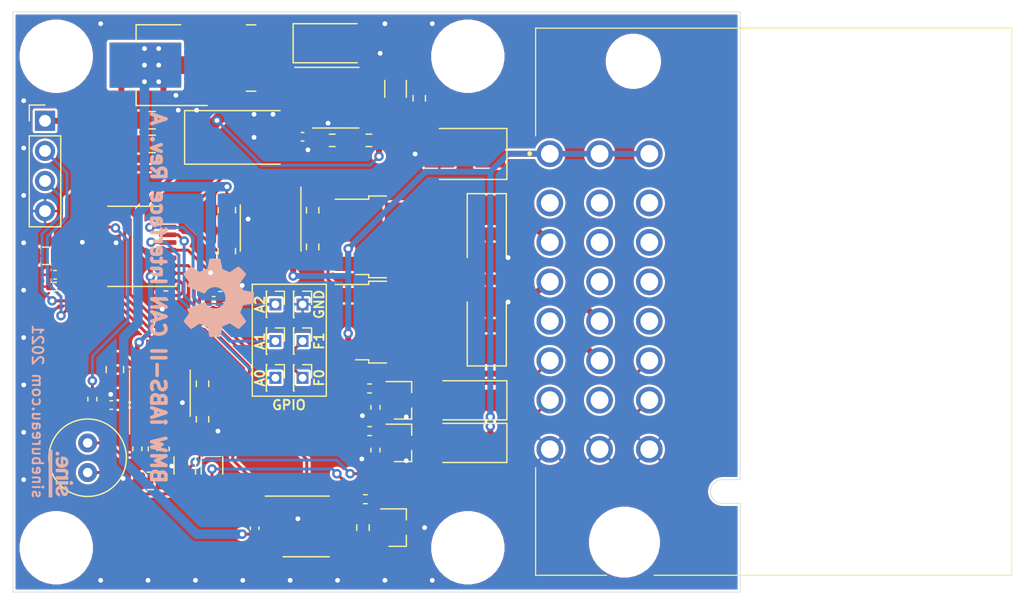
<source format=kicad_pcb>
(kicad_pcb (version 20171130) (host pcbnew 5.1.10-88a1d61d58~90~ubuntu21.04.1)
  (layers (0 F.Cu signal) (31 B.Cu signal) (34 B.Paste user hide) (35 F.Paste user hide) (36 B.SilkS user) (37 F.SilkS user hide) (38 B.Mask user hide) (39 F.Mask user hide) (44 Edge.Cuts user))
  (net 0 "")
  (net 1 GND)
  (net 2 +3V3)
  (net 3 +12V)
  (net 4 /ABS-WR)
  (net 5 /58RL)
  (net 6 /54)
  (net 7 /SWDIO)
  (net 8 /SWCLK)
  (net 9 /CAN_L)
  (net 10 /CAN_H)
  (net 11 "Net-(Q1-Pad1)")
  (net 12 "Net-(Q2-Pad1)")
  (net 13 "Net-(Q4-Pad1)")
  (net 14 /BOOT0)
  (net 15 /ABS_WARN_RLY)
  (net 16 /CAN_RX)
  (net 17 /CAN_TX)
  (net 18 /TAS)
  (net 19 /SPEED_PWM)
  (net 20 /GEN_WARN)
  (net 21 /ABS-W)
  (net 22 /TAIL_LIGHT)
  (net 23 /BRAKE_LIGHT)
  (net 24 /TA-)
  (net 25 /1V6)
  (net 26 /GPIO_A1)
  (net 27 /GPIO_F0)
  (net 28 /GPIO_F1)
  (net 29 /GPIO_A0)
  (net 30 /GPIO_A2)
  (net 31 "Net-(C8-Pad2)")
  (net 32 "Net-(C9-Pad2)")
  (net 33 "Net-(C9-Pad1)")
  (net 34 +5V)
  (net 35 "Net-(C14-Pad1)")
  (net 36 "Net-(D7-Pad1)")
  (net 37 "Net-(Q3-Pad1)")
  (net 38 "Net-(R1-Pad2)")
  (net 39 "Net-(R7-Pad2)")
  (net 40 "Net-(R10-Pad1)")
  (net 41 "Net-(R12-Pad2)")
  (net 42 "Net-(R17-Pad1)")
  (net 43 "Net-(R18-Pad1)")
  (net 44 "Net-(R19-Pad1)")
  (module Package_SO:TSSOP-20_4.4x6.5mm_P0.65mm (layer F.Cu) (at 137.3 92.8 180)
    (fp_text reference U2 hide)
    (fp_text value STM32F042F4Px)
    (pad 20 smd roundrect (at 2.8625 -2.925 180) (size 1.475 0.4) (layers F.Cu F.Paste F.Mask) (net 8 /SWCLK))
    (pad 19 smd roundrect (at 2.8625 -2.275 180) (size 1.475 0.4) (layers F.Cu F.Paste F.Mask) (net 7 /SWDIO))
    (pad 18 smd roundrect (at 2.8625 -1.625 180) (size 1.475 0.4) (layers F.Cu F.Paste F.Mask) (net 17 /CAN_TX))
    (pad 17 smd roundrect (at 2.8625 -0.975 180) (size 1.475 0.4) (layers F.Cu F.Paste F.Mask) (net 16 /CAN_RX))
    (pad 16 smd roundrect (at 2.8625 -0.325 180) (size 1.475 0.4) (layers F.Cu F.Paste F.Mask) (net 2 +3V3))
    (pad 15 smd roundrect (at 2.8625 0.325 180) (size 1.475 0.4) (layers F.Cu F.Paste F.Mask) (net 1 GND))
    (pad 14 smd roundrect (at 2.8625 0.975 180) (size 1.475 0.4) (layers F.Cu F.Paste F.Mask))
    (pad 13 smd roundrect (at 2.8625 1.625 180) (size 1.475 0.4) (layers F.Cu F.Paste F.Mask) (net 19 /SPEED_PWM))
    (pad 12 smd roundrect (at 2.8625 2.275 180) (size 1.475 0.4) (layers F.Cu F.Paste F.Mask) (net 20 /GEN_WARN))
    (pad 11 smd roundrect (at 2.8625 2.925 180) (size 1.475 0.4) (layers F.Cu F.Paste F.Mask) (net 15 /ABS_WARN_RLY))
    (pad 10 smd roundrect (at -2.8625 2.925 180) (size 1.475 0.4) (layers F.Cu F.Paste F.Mask) (net 23 /BRAKE_LIGHT))
    (pad 9 smd roundrect (at -2.8625 2.275 180) (size 1.475 0.4) (layers F.Cu F.Paste F.Mask) (net 22 /TAIL_LIGHT))
    (pad 8 smd roundrect (at -2.8625 1.625 180) (size 1.475 0.4) (layers F.Cu F.Paste F.Mask) (net 30 /GPIO_A2))
    (pad 7 smd roundrect (at -2.8625 0.975 180) (size 1.475 0.4) (layers F.Cu F.Paste F.Mask) (net 26 /GPIO_A1))
    (pad 6 smd roundrect (at -2.8625 0.325 180) (size 1.475 0.4) (layers F.Cu F.Paste F.Mask) (net 29 /GPIO_A0))
    (pad 5 smd roundrect (at -2.8625 -0.325 180) (size 1.475 0.4) (layers F.Cu F.Paste F.Mask) (net 2 +3V3))
    (pad 4 smd roundrect (at -2.8625 -0.975 180) (size 1.475 0.4) (layers F.Cu F.Paste F.Mask))
    (pad 3 smd roundrect (at -2.8625 -1.625 180) (size 1.475 0.4) (layers F.Cu F.Paste F.Mask) (net 28 /GPIO_F1))
    (pad 2 smd roundrect (at -2.8625 -2.275 180) (size 1.475 0.4) (layers F.Cu F.Paste F.Mask) (net 27 /GPIO_F0))
    (pad 1 smd roundrect (at -2.8625 -2.925 180) (size 1.475 0.4) (layers F.Cu F.Paste F.Mask) (net 14 /BOOT0))
  )
  (module Package_SO:SOIC-8_3.9x4.9mm_P1.27mm (layer F.Cu) (at 139.5 105.2 90)
    (fp_text reference U3 hide)
    (fp_text value LMC662AIM)
    (pad 8 smd roundrect (at 2.475 -1.905 90) (size 1.95 0.6) (layers F.Cu F.Paste F.Mask) (net 34 +5V))
    (pad 7 smd roundrect (at 2.475 -0.635 90) (size 1.95 0.6) (layers F.Cu F.Paste F.Mask))
    (pad 6 smd roundrect (at 2.475 0.635 90) (size 1.95 0.6) (layers F.Cu F.Paste F.Mask))
    (pad 5 smd roundrect (at 2.475 1.905 90) (size 1.95 0.6) (layers F.Cu F.Paste F.Mask))
    (pad 4 smd roundrect (at -2.475 1.905 90) (size 1.95 0.6) (layers F.Cu F.Paste F.Mask) (net 1 GND))
    (pad 3 smd roundrect (at -2.475 0.635 90) (size 1.95 0.6) (layers F.Cu F.Paste F.Mask) (net 40 "Net-(R10-Pad1)"))
    (pad 2 smd roundrect (at -2.475 -0.635 90) (size 1.95 0.6) (layers F.Cu F.Paste F.Mask) (net 33 "Net-(C9-Pad1)"))
    (pad 1 smd roundrect (at -2.475 -1.905 90) (size 1.95 0.6) (layers F.Cu F.Paste F.Mask) (net 41 "Net-(R12-Pad2)"))
  )
  (module Resistor_SMD:R_0805_2012Metric (layer F.Cu) (at 145.15 93.2 270)
    (fp_text reference R22 hide)
    (fp_text value 1K)
    (pad 2 smd roundrect (at 0.9125 0 270) (size 1.025 1.4) (layers F.Cu F.Paste F.Mask) (roundrect_rratio 0.243902) (net 1 GND))
    (pad 1 smd roundrect (at -0.9125 0 270) (size 1.025 1.4) (layers F.Cu F.Paste F.Mask) (roundrect_rratio 0.243902) (net 25 /1V6))
  )
  (module Resistor_SMD:R_0805_2012Metric (layer F.Cu) (at 145.15 89.75 270)
    (fp_text reference R20 hide)
    (fp_text value 1K)
    (pad 2 smd roundrect (at 0.9125 0 270) (size 1.025 1.4) (layers F.Cu F.Paste F.Mask) (roundrect_rratio 0.243902) (net 25 /1V6))
    (pad 1 smd roundrect (at -0.9125 0 270) (size 1.025 1.4) (layers F.Cu F.Paste F.Mask) (roundrect_rratio 0.243902) (net 2 +3V3))
  )
  (module Resistor_SMD:R_0603_1608Metric (layer F.Cu) (at 143.1 107.4 270)
    (fp_text reference R10 hide)
    (fp_text value 20K)
    (pad 2 smd roundrect (at 0.825 0 270) (size 0.8 0.95) (layers F.Cu F.Paste F.Mask) (net 1 GND))
    (pad 1 smd roundrect (at -0.825 0 270) (size 0.8 0.95) (layers F.Cu F.Paste F.Mask) (net 40 "Net-(R10-Pad1)"))
  )
  (module Resistor_SMD:R_0603_1608Metric (layer F.Cu) (at 143.1 104.4 270)
    (fp_text reference R8 hide)
    (fp_text value 20K)
    (pad 2 smd roundrect (at 0.825 0 270) (size 0.8 0.95) (layers F.Cu F.Paste F.Mask) (net 40 "Net-(R10-Pad1)"))
    (pad 1 smd roundrect (at -0.825 0 270) (size 0.8 0.95) (layers F.Cu F.Paste F.Mask) (net 34 +5V))
  )
  (module Capacitor_Tantalum_SMD:CP_EIA-7343-31_Kemet-D (layer F.Cu) (at 146 83.6)
    (fp_text reference C13 hide)
    (fp_text value "220uF (TAJD227K006RNJ-AVX)")
    (pad 2 smd roundrect (at 3.1125 0) (size 2.075 2.55) (layers F.Cu F.Paste F.Mask) (roundrect_rratio 0.120482) (net 1 GND))
    (pad 1 smd roundrect (at -3.1125 0) (size 2.075 2.55) (layers F.Cu F.Paste F.Mask) (roundrect_rratio 0.120482) (net 34 +5V))
  )
  (module Capacitor_SMD:C_1206_3216Metric (layer F.Cu) (at 159.4 79.5 90)
    (fp_text reference C12 hide)
    (fp_text value 10uF)
    (pad 2 smd roundrect (at 1.475 0 90) (size 1.15 1.8) (layers F.Cu F.Paste F.Mask) (roundrect_rratio 0.217391) (net 1 GND))
    (pad 1 smd roundrect (at -1.475 0 90) (size 1.15 1.8) (layers F.Cu F.Paste F.Mask) (roundrect_rratio 0.217391) (net 3 +12V))
  )
  (module Package_TO_SOT_SMD:SOT-223-3_TabPin2 (layer F.Cu) (at 139.4 77.5 180)
    (fp_text reference U5 hide)
    (fp_text value AMS1117-3.3)
    (pad 1 smd rect (at -3.15 -2.3 180) (size 2 1.5) (layers F.Cu F.Paste F.Mask) (net 1 GND))
    (pad 3 smd rect (at -3.15 2.3 180) (size 2 1.5) (layers F.Cu F.Paste F.Mask) (net 34 +5V))
    (pad 2 smd rect (at -3.15 0 180) (size 2 1.5) (layers F.Cu F.Paste F.Mask) (net 2 +3V3))
    (pad 2 smd rect (at 3.15 0 180) (size 2 3.8) (layers F.Cu F.Paste F.Mask) (net 2 +3V3))
  )
  (module Resistor_SMD:R_0402_1005Metric (layer F.Cu) (at 139.9 109.9 270)
    (fp_text reference R16 hide)
    (fp_text value "10K 1% (NC)")
    (pad 2 smd roundrect (at 0.51 0 270) (size 0.54 0.64) (layers F.Cu F.Paste F.Mask) (net 1 GND))
    (pad 1 smd roundrect (at -0.51 0 270) (size 0.54 0.64) (layers F.Cu F.Paste F.Mask) (net 33 "Net-(C9-Pad1)"))
  )
  (module Resistor_SMD:R_0402_1005Metric (layer F.Cu) (at 138.9 109.9 90)
    (fp_text reference R15 hide)
    (fp_text value "10K 1%")
    (pad 2 smd roundrect (at 0.51 0 90) (size 0.54 0.64) (layers F.Cu F.Paste F.Mask) (net 33 "Net-(C9-Pad1)"))
    (pad 1 smd roundrect (at -0.51 0 90) (size 0.54 0.64) (layers F.Cu F.Paste F.Mask) (net 41 "Net-(R12-Pad2)"))
  )
  (module Resistor_SMD:R_0402_1005Metric (layer F.Cu) (at 133.8 105.7 90)
    (fp_text reference R14 hide)
    (fp_text value 10K)
    (pad 2 smd roundrect (at 0.51 0 90) (size 0.54 0.64) (layers F.Cu F.Paste F.Mask) (net 19 /SPEED_PWM))
    (pad 1 smd roundrect (at -0.51 0 90) (size 0.54 0.64) (layers F.Cu F.Paste F.Mask) (net 32 "Net-(C9-Pad2)"))
  )
  (module Resistor_SMD:R_0402_1005Metric (layer F.Cu) (at 137.6 109.9 90)
    (fp_text reference R12 hide)
    (fp_text value 100R)
    (pad 2 smd roundrect (at 0.51 0 90) (size 0.54 0.64) (layers F.Cu F.Paste F.Mask) (net 41 "Net-(R12-Pad2)"))
    (pad 1 smd roundrect (at -0.51 0 90) (size 0.54 0.64) (layers F.Cu F.Paste F.Mask) (net 31 "Net-(C8-Pad2)"))
  )
  (module Resistor_SMD:R_1206_3216Metric (layer F.Cu) (at 143.9 111.3 270)
    (fp_text reference R11 hide)
    (fp_text value 2K)
    (pad 2 smd roundrect (at 1.4625 0 270) (size 1.125 1.75) (layers F.Cu F.Paste F.Mask) (roundrect_rratio 0.222222) (net 18 /TAS))
    (pad 1 smd roundrect (at -1.4625 0 270) (size 1.125 1.75) (layers F.Cu F.Paste F.Mask) (roundrect_rratio 0.222222) (net 24 /TA-))
  )
  (module Resistor_SMD:R_1206_3216Metric (layer F.Cu) (at 141.6 111.3 270)
    (fp_text reference R9 hide)
    (fp_text value 10K)
    (pad 2 smd roundrect (at 1.4625 0 270) (size 1.125 1.75) (layers F.Cu F.Paste F.Mask) (roundrect_rratio 0.222222) (net 24 /TA-))
    (pad 1 smd roundrect (at -1.4625 0 270) (size 1.125 1.75) (layers F.Cu F.Paste F.Mask) (roundrect_rratio 0.222222) (net 40 "Net-(R10-Pad1)"))
  )
  (module Capacitor_SMD:C_0805_2012Metric (layer F.Cu) (at 135.7 103.2 90)
    (fp_text reference C15 hide)
    (fp_text value 4.7uF)
    (pad 2 smd roundrect (at 0.95 0 90) (size 1 1.45) (layers F.Cu F.Paste F.Mask) (net 34 +5V))
    (pad 1 smd roundrect (at -0.95 0 90) (size 1 1.45) (layers F.Cu F.Paste F.Mask) (net 1 GND))
  )
  (module Capacitor_SMD:C_0805_2012Metric (layer F.Cu) (at 138.85 84.15 180)
    (fp_text reference C11 hide)
    (fp_text value 4.7uF)
    (pad 2 smd roundrect (at 0.95 0 180) (size 1 1.45) (layers F.Cu F.Paste F.Mask) (net 1 GND))
    (pad 1 smd roundrect (at -0.95 0 180) (size 1 1.45) (layers F.Cu F.Paste F.Mask) (net 2 +3V3))
  )
  (module Capacitor_SMD:C_0805_2012Metric (layer F.Cu) (at 138.85 82.15 180)
    (fp_text reference C10 hide)
    (fp_text value 4.7uF)
    (pad 2 smd roundrect (at 0.95 0 180) (size 1 1.45) (layers F.Cu F.Paste F.Mask) (net 1 GND))
    (pad 1 smd roundrect (at -0.95 0 180) (size 1 1.45) (layers F.Cu F.Paste F.Mask) (net 2 +3V3))
  )
  (module Capacitor_SMD:C_0402_1005Metric (layer F.Cu) (at 135.4 106.2 180)
    (fp_text reference C9 hide)
    (fp_text value 100nF)
    (pad 2 smd roundrect (at 0.48 0 180) (size 0.56 0.62) (layers F.Cu F.Paste F.Mask) (net 32 "Net-(C9-Pad2)"))
    (pad 1 smd roundrect (at -0.48 0 180) (size 0.56 0.62) (layers F.Cu F.Paste F.Mask) (net 33 "Net-(C9-Pad1)"))
  )
  (module Capacitor_THT:C_Radial_D6.3mm_H11.0mm_P2.50mm (layer F.Cu) (at 133.4 111.9 90)
    (fp_text reference C8 hide)
    (fp_text value "47uF 25V")
    (pad 2 thru_hole circle (at 2.5 0 90) (size 1.6 1.6) (drill 0.8) (layers *.Cu *.Mask) (net 31 "Net-(C8-Pad2)"))
    (pad 1 thru_hole circle (at 0 0 90) (size 1.6 1.6) (drill 0.8) (layers *.Cu *.Mask) (net 18 /TAS))
  )
  (module Capacitor_SMD:C_0805_2012Metric (layer F.Cu) (at 138.7 112.6)
    (fp_text reference C6 hide)
    (fp_text value 10uF)
    (pad 2 smd roundrect (at 0.95 0) (size 1 1.45) (layers F.Cu F.Paste F.Mask) (net 24 /TA-))
    (pad 1 smd roundrect (at -0.95 0) (size 1 1.45) (layers F.Cu F.Paste F.Mask) (net 1 GND))
  )
  (module Connector_PinHeader_1.27mm:PinHeader_1x01_P1.27mm_Vertical (layer F.Cu) (at 151.55 97.7 270)
    (fp_text reference J8 hide)
    (fp_text value GND)
    (fp_text user GND (at 0 -1.4 90) (layer F.SilkS) (effects (font (size 0.8 0.8) (thickness 0.16))))
    (pad 1 thru_hole rect (at 0 0 270) (size 1 1) (drill 0.65) (layers *.Cu *.Mask) (net 1 GND))
  )
  (module Connector_PinHeader_1.27mm:PinHeader_1x01_P1.27mm_Vertical (layer F.Cu) (at 149.25 97.7 270)
    (fp_text reference J7 hide)
    (fp_text value GPIO_A2)
    (fp_text user A2 (at 0 1.3 270) (layer F.SilkS) (effects (font (size 0.8 0.8) (thickness 0.16))))
    (pad 1 thru_hole rect (at 0 0 270) (size 1 1) (drill 0.65) (layers *.Cu *.Mask) (net 30 /GPIO_A2))
  )
  (module Symbol:OSHW-Symbol_6.7x6mm_SilkScreen (layer B.Cu) (at 144.45 97.15 90)
    (fp_text reference LOGO2 hide)
    (fp_text value Logo_Open_Hardware_Small hide)
  )
  (module sine:sine_logo_small (layer B.Cu) (at 131.17 111.99 90)
    (fp_text reference LOGO1 hide)
    (fp_text value Sine_Logo_S hide)
  )
  (module MountingHole:MountingHole_3.2mm_M3 (layer F.Cu) (at 165.5 118.25)
    (fp_text reference H4 hide)
    (fp_text value MountingHole)
    (pad 1 np_thru_hole circle (at 0 0) (size 3.2 3.2) (drill 3.2) (layers *.Cu *.Mask))
  )
  (module MountingHole:MountingHole_3.2mm_M3 (layer F.Cu) (at 165.5 76.75)
    (fp_text reference H3 hide)
    (fp_text value MountingHole)
    (pad 1 np_thru_hole circle (at 0 0) (size 3.2 3.2) (drill 3.2) (layers *.Cu *.Mask))
  )
  (module MountingHole:MountingHole_3.2mm_M3 (layer F.Cu) (at 130.75 118.25)
    (fp_text reference H2 hide)
    (fp_text value MountingHole)
    (pad 1 np_thru_hole circle (at 0 0) (size 3.2 3.2) (drill 3.2) (layers *.Cu *.Mask))
  )
  (module MountingHole:MountingHole_3.2mm_M3 (layer F.Cu) (at 130.75 76.75)
    (fp_text reference H1 hide)
    (fp_text value MountingHole)
    (pad 1 np_thru_hole circle (at 0 0) (size 3.2 3.2) (drill 3.2) (layers *.Cu *.Mask))
  )
  (module HCCPHPE24BKA90F:HCCPHPE24BKA90F (layer F.Cu) (at 191.025 97.475 90)
    (fp_text reference J2 hide)
    (fp_text value HCCPHPE24BKA90F hide)
    (pad "" np_thru_hole circle (at 20.3 -11.55 90) (size 4.272 4.272) (drill 4.272) (layers *.Cu *.Mask))
    (pad "" np_thru_hole circle (at -20.3 -12.3 90) (size 5.6 5.6) (drill 5.6) (layers *.Cu *.Mask))
    (pad C8 thru_hole circle (at -12.46 -10.2 90) (size 2.25 2.25) (drill 1.5) (layers *.Cu *.Mask) (net 1 GND))
    (pad C7 thru_hole circle (at -8.31 -10.2 90) (size 2.25 2.25) (drill 1.5) (layers *.Cu *.Mask) (net 9 /CAN_L))
    (pad C6 thru_hole circle (at -4.98 -10.2 90) (size 2.25 2.25) (drill 1.5) (layers *.Cu *.Mask) (net 10 /CAN_H))
    (pad C5 thru_hole circle (at -1.65 -10.2 90) (size 2.25 2.25) (drill 1.5) (layers *.Cu *.Mask))
    (pad C4 thru_hole circle (at 1.68 -10.2 90) (size 2.25 2.25) (drill 1.5) (layers *.Cu *.Mask))
    (pad C3 thru_hole circle (at 5.01 -10.2 90) (size 2.25 2.25) (drill 1.5) (layers *.Cu *.Mask))
    (pad C2 thru_hole circle (at 8.34 -10.2 90) (size 2.25 2.25) (drill 1.5) (layers *.Cu *.Mask))
    (pad C1 thru_hole circle (at 12.49 -10.2 90) (size 2.25 2.25) (drill 1.5) (layers *.Cu *.Mask) (net 3 +12V))
    (pad B8 thru_hole circle (at -12.46 -14.4 90) (size 2.25 2.25) (drill 1.5) (layers *.Cu *.Mask) (net 1 GND))
    (pad B7 thru_hole circle (at -8.31 -14.4 90) (size 2.25 2.25) (drill 1.5) (layers *.Cu *.Mask))
    (pad B6 thru_hole circle (at -4.98 -14.4 90) (size 2.25 2.25) (drill 1.5) (layers *.Cu *.Mask) (net 21 /ABS-W))
    (pad B5 thru_hole circle (at -1.65 -14.4 90) (size 2.25 2.25) (drill 1.5) (layers *.Cu *.Mask) (net 4 /ABS-WR))
    (pad B4 thru_hole circle (at 1.68 -14.4 90) (size 2.25 2.25) (drill 1.5) (layers *.Cu *.Mask))
    (pad B3 thru_hole circle (at 5.01 -14.4 90) (size 2.25 2.25) (drill 1.5) (layers *.Cu *.Mask))
    (pad B2 thru_hole circle (at 8.34 -14.4 90) (size 2.25 2.25) (drill 1.5) (layers *.Cu *.Mask))
    (pad B1 thru_hole circle (at 12.49 -14.4 90) (size 2.25 2.25) (drill 1.5) (layers *.Cu *.Mask) (net 3 +12V))
    (pad A8 thru_hole circle (at -12.46 -18.6 90) (size 2.25 2.25) (drill 1.5) (layers *.Cu *.Mask) (net 1 GND))
    (pad A7 thru_hole circle (at -8.31 -18.6 90) (size 2.25 2.25) (drill 1.5) (layers *.Cu *.Mask) (net 18 /TAS))
    (pad A6 thru_hole circle (at -4.98 -18.6 90) (size 2.25 2.25) (drill 1.5) (layers *.Cu *.Mask) (net 24 /TA-))
    (pad A5 thru_hole circle (at -1.65 -18.6 90) (size 2.25 2.25) (drill 1.5) (layers *.Cu *.Mask))
    (pad A4 thru_hole circle (at 1.68 -18.6 90) (size 2.25 2.25) (drill 1.5) (layers *.Cu *.Mask) (net 5 /58RL))
    (pad A3 thru_hole circle (at 5.01 -18.6 90) (size 2.25 2.25) (drill 1.5) (layers *.Cu *.Mask) (net 6 /54))
    (pad A2 thru_hole circle (at 8.34 -18.6 90) (size 2.25 2.25) (drill 1.5) (layers *.Cu *.Mask))
    (pad A1 thru_hole circle (at 12.49 -18.6 90) (size 2.25 2.25) (drill 1.5) (layers *.Cu *.Mask) (net 3 +12V))
  )
  (module Diode_SMD:D_SMA (layer F.Cu) (at 165.4 109.4 180)
    (fp_text reference D1 hide)
    (fp_text value US1M)
    (pad 2 smd rect (at 2 0 180) (size 2.5 1.8) (layers F.Cu F.Paste F.Mask) (net 21 /ABS-W))
    (pad 1 smd rect (at -2 0 180) (size 2.5 1.8) (layers F.Cu F.Paste F.Mask) (net 3 +12V))
  )
  (module Connector_PinHeader_1.27mm:PinHeader_1x01_P1.27mm_Vertical (layer F.Cu) (at 151.55 100.8 270)
    (fp_text reference J6 hide)
    (fp_text value GPIO_F1)
    (fp_text user F1 (at 0 -1.4 270) (layer F.SilkS) (effects (font (size 0.8 0.8) (thickness 0.16))))
    (pad 1 thru_hole rect (at 0 0 270) (size 1 1) (drill 0.65) (layers *.Cu *.Mask) (net 28 /GPIO_F1))
  )
  (module Connector_PinHeader_1.27mm:PinHeader_1x01_P1.27mm_Vertical (layer F.Cu) (at 151.55 103.9 270)
    (fp_text reference J5 hide)
    (fp_text value GPIO_F0)
    (fp_text user F0 (at 0 -1.4 270) (layer F.SilkS) (effects (font (size 0.8 0.8) (thickness 0.16))))
    (pad 1 thru_hole rect (at 0 0 270) (size 1 1) (drill 0.65) (layers *.Cu *.Mask) (net 27 /GPIO_F0))
  )
  (module Connector_PinHeader_1.27mm:PinHeader_1x01_P1.27mm_Vertical (layer F.Cu) (at 149.25 100.8 270)
    (fp_text reference J4 hide)
    (fp_text value GPIO_A1)
    (fp_text user A1 (at 0 1.3 270) (layer F.SilkS) (effects (font (size 0.8 0.8) (thickness 0.16))))
    (pad 1 thru_hole rect (at 0 0 270) (size 1 1) (drill 0.65) (layers *.Cu *.Mask) (net 26 /GPIO_A1))
  )
  (module Connector_PinHeader_1.27mm:PinHeader_1x01_P1.27mm_Vertical (layer F.Cu) (at 149.25 103.9 270)
    (fp_text reference J3 hide)
    (fp_text value GPIO_A0)
    (fp_text user A0 (at 0 1.3 90) (layer F.SilkS) (effects (font (size 0.8 0.8) (thickness 0.16))))
    (pad 1 thru_hole rect (at 0 0 270) (size 1 1) (drill 0.65) (layers *.Cu *.Mask) (net 29 /GPIO_A0))
  )
  (module Resistor_SMD:R_0603_1608Metric (layer F.Cu) (at 152.4 89.75 270)
    (fp_text reference R7 hide)
    (fp_text value 200R)
    (pad 2 smd roundrect (at 0.825 0 270) (size 0.8 0.95) (layers F.Cu F.Paste F.Mask) (net 39 "Net-(R7-Pad2)"))
    (pad 1 smd roundrect (at -0.825 0 270) (size 0.8 0.95) (layers F.Cu F.Paste F.Mask) (net 13 "Net-(Q4-Pad1)"))
  )
  (module Resistor_SMD:R_0603_1608Metric (layer F.Cu) (at 152.4 92.85 90)
    (fp_text reference R1 hide)
    (fp_text value 200R)
    (pad 2 smd roundrect (at 0.825 0 90) (size 0.8 0.95) (layers F.Cu F.Paste F.Mask) (net 38 "Net-(R1-Pad2)"))
    (pad 1 smd roundrect (at -0.825 0 90) (size 0.8 0.95) (layers F.Cu F.Paste F.Mask) (net 11 "Net-(Q1-Pad1)"))
  )
  (module Capacitor_SMD:C_0402_1005Metric (layer F.Cu) (at 151.55 83.55)
    (fp_text reference C14 hide)
    (fp_text value 150pF)
    (pad 2 smd roundrect (at 0.48 0) (size 0.56 0.62) (layers F.Cu F.Paste F.Mask) (net 1 GND))
    (pad 1 smd roundrect (at -0.48 0) (size 0.56 0.62) (layers F.Cu F.Paste F.Mask) (net 35 "Net-(C14-Pad1)"))
  )
  (module Inductor_SMD:L_Wuerth_WE-PD2-Typ-MS (layer F.Cu) (at 147.2 76.9 180)
    (fp_text reference L1 hide)
    (fp_text value "18uH (SND0504-180M)")
    (pad 2 smd rect (at 1.93 0 180) (size 2.15 5.5) (layers F.Cu F.Paste F.Mask) (net 34 +5V))
    (pad 1 smd rect (at -1.93 0 180) (size 2.15 5.5) (layers F.Cu F.Paste F.Mask) (net 36 "Net-(D7-Pad1)"))
  )
  (module Package_SO:SOIC-8_3.9x4.9mm_P1.27mm (layer F.Cu) (at 148.85 91.25 270)
    (fp_text reference U1 hide)
    (fp_text value LM2904)
    (pad 8 smd roundrect (at 2.475 -1.905 270) (size 1.95 0.6) (layers F.Cu F.Paste F.Mask) (net 3 +12V))
    (pad 7 smd roundrect (at 2.475 -0.635 270) (size 1.95 0.6) (layers F.Cu F.Paste F.Mask) (net 38 "Net-(R1-Pad2)"))
    (pad 6 smd roundrect (at 2.475 0.635 270) (size 1.95 0.6) (layers F.Cu F.Paste F.Mask) (net 25 /1V6))
    (pad 5 smd roundrect (at 2.475 1.905 270) (size 1.95 0.6) (layers F.Cu F.Paste F.Mask) (net 22 /TAIL_LIGHT))
    (pad 4 smd roundrect (at -2.475 1.905 270) (size 1.95 0.6) (layers F.Cu F.Paste F.Mask) (net 1 GND))
    (pad 3 smd roundrect (at -2.475 0.635 270) (size 1.95 0.6) (layers F.Cu F.Paste F.Mask) (net 23 /BRAKE_LIGHT))
    (pad 2 smd roundrect (at -2.475 -0.635 270) (size 1.95 0.6) (layers F.Cu F.Paste F.Mask) (net 25 /1V6))
    (pad 1 smd roundrect (at -2.475 -1.905 270) (size 1.95 0.6) (layers F.Cu F.Paste F.Mask) (net 39 "Net-(R7-Pad2)"))
  )
  (module Package_TO_SOT_SMD:TO-252-2 (layer F.Cu) (at 159.6 92)
    (fp_text reference Q4 hide)
    (fp_text value IRFR9024)
    (pad 2 smd rect (at 2.1 0) (size 6.4 5.8) (layers F.Cu F.Mask) (net 6 /54))
    (pad 3 smd rect (at -4.2 2.28) (size 2.2 1.2) (layers F.Cu F.Paste F.Mask) (net 3 +12V))
    (pad 1 smd rect (at -4.2 -2.28) (size 2.2 1.2) (layers F.Cu F.Paste F.Mask) (net 13 "Net-(Q4-Pad1)"))
  )
  (module Diode_SMD:D_SMA (layer F.Cu) (at 167.1 91.75 270)
    (fp_text reference D4 hide)
    (fp_text value US1M)
    (pad 2 smd rect (at 2 0 270) (size 2.5 1.8) (layers F.Cu F.Paste F.Mask) (net 1 GND))
    (pad 1 smd rect (at -2 0 270) (size 2.5 1.8) (layers F.Cu F.Paste F.Mask) (net 6 /54))
  )
  (module Package_TO_SOT_SMD:SOT-23 (layer F.Cu) (at 159.55 116.55)
    (fp_text reference D6 hide)
    (fp_text value PESD1CAN)
    (pad 3 smd rect (at 1 0) (size 0.9 0.8) (layers F.Cu F.Paste F.Mask) (net 1 GND))
    (pad 2 smd rect (at -1 0.95) (size 0.9 0.8) (layers F.Cu F.Paste F.Mask) (net 9 /CAN_L))
    (pad 1 smd rect (at -1 -0.95) (size 0.9 0.8) (layers F.Cu F.Paste F.Mask) (net 10 /CAN_H))
  )
  (module Package_SO:SOIC-8_3.9x4.9mm_P1.27mm (layer F.Cu) (at 154.35 80.25)
    (fp_text reference U6 hide)
    (fp_text value MC34063AD hide)
    (pad 8 smd roundrect (at 2.475 -1.905) (size 1.95 0.6) (layers F.Cu F.Paste F.Mask) (net 43 "Net-(R18-Pad1)"))
    (pad 7 smd roundrect (at 2.475 -0.635) (size 1.95 0.6) (layers F.Cu F.Paste F.Mask) (net 43 "Net-(R18-Pad1)"))
    (pad 6 smd roundrect (at 2.475 0.635) (size 1.95 0.6) (layers F.Cu F.Paste F.Mask) (net 3 +12V))
    (pad 5 smd roundrect (at 2.475 1.905) (size 1.95 0.6) (layers F.Cu F.Paste F.Mask) (net 44 "Net-(R19-Pad1)"))
    (pad 4 smd roundrect (at -2.475 1.905) (size 1.95 0.6) (layers F.Cu F.Paste F.Mask) (net 1 GND))
    (pad 3 smd roundrect (at -2.475 0.635) (size 1.95 0.6) (layers F.Cu F.Paste F.Mask) (net 35 "Net-(C14-Pad1)"))
    (pad 2 smd roundrect (at -2.475 -0.635) (size 1.95 0.6) (layers F.Cu F.Paste F.Mask) (net 36 "Net-(D7-Pad1)"))
    (pad 1 smd roundrect (at -2.475 -1.905) (size 1.95 0.6) (layers F.Cu F.Paste F.Mask) (net 43 "Net-(R18-Pad1)"))
  )
  (module Package_SO:SOIC-8_3.9x4.9mm_P1.27mm (layer F.Cu) (at 151.85 116.45)
    (fp_text reference U4 hide)
    (fp_text value SN65HVD230 hide)
    (pad 8 smd roundrect (at 2.475 -1.905) (size 1.95 0.6) (layers F.Cu F.Paste F.Mask) (net 42 "Net-(R17-Pad1)"))
    (pad 7 smd roundrect (at 2.475 -0.635) (size 1.95 0.6) (layers F.Cu F.Paste F.Mask) (net 10 /CAN_H))
    (pad 6 smd roundrect (at 2.475 0.635) (size 1.95 0.6) (layers F.Cu F.Paste F.Mask) (net 9 /CAN_L))
    (pad 5 smd roundrect (at 2.475 1.905) (size 1.95 0.6) (layers F.Cu F.Paste F.Mask))
    (pad 4 smd roundrect (at -2.475 1.905) (size 1.95 0.6) (layers F.Cu F.Paste F.Mask) (net 16 /CAN_RX))
    (pad 3 smd roundrect (at -2.475 0.635) (size 1.95 0.6) (layers F.Cu F.Paste F.Mask) (net 2 +3V3))
    (pad 2 smd roundrect (at -2.475 -0.635) (size 1.95 0.6) (layers F.Cu F.Paste F.Mask) (net 1 GND))
    (pad 1 smd roundrect (at -2.475 -1.905) (size 1.95 0.6) (layers F.Cu F.Paste F.Mask) (net 17 /CAN_TX))
  )
  (module Resistor_SMD:R_0402_1005Metric (layer F.Cu) (at 157.7 106.4 270)
    (fp_text reference R5 hide)
    (fp_text value 10K hide)
    (pad 2 smd roundrect (at 0.51 0 270) (size 0.54 0.64) (layers F.Cu F.Paste F.Mask) (net 1 GND))
    (pad 1 smd roundrect (at -0.51 0 270) (size 0.54 0.64) (layers F.Cu F.Paste F.Mask) (net 37 "Net-(Q3-Pad1)"))
  )
  (module Resistor_SMD:R_0402_1005Metric (layer F.Cu) (at 157.7 110 270)
    (fp_text reference R6 hide)
    (fp_text value 10K hide)
    (pad 2 smd roundrect (at 0.51 0 270) (size 0.54 0.64) (layers F.Cu F.Paste F.Mask) (net 1 GND))
    (pad 1 smd roundrect (at -0.51 0 270) (size 0.54 0.64) (layers F.Cu F.Paste F.Mask) (net 12 "Net-(Q2-Pad1)"))
  )
  (module Resistor_SMD:R_0402_1005Metric (layer F.Cu) (at 157.21 108.4 180)
    (fp_text reference R3 hide)
    (fp_text value 100R hide)
    (pad 2 smd roundrect (at 0.51 0 180) (size 0.54 0.64) (layers F.Cu F.Paste F.Mask) (net 20 /GEN_WARN))
    (pad 1 smd roundrect (at -0.51 0 180) (size 0.54 0.64) (layers F.Cu F.Paste F.Mask) (net 12 "Net-(Q2-Pad1)"))
  )
  (module Resistor_SMD:R_0402_1005Metric (layer F.Cu) (at 157.2 104.8 180)
    (fp_text reference R4 hide)
    (fp_text value 100R hide)
    (pad 2 smd roundrect (at 0.51 0 180) (size 0.54 0.64) (layers F.Cu F.Paste F.Mask) (net 15 /ABS_WARN_RLY))
    (pad 1 smd roundrect (at -0.51 0 180) (size 0.54 0.64) (layers F.Cu F.Paste F.Mask) (net 37 "Net-(Q3-Pad1)"))
  )
  (module Resistor_SMD:R_0603_1608Metric (layer F.Cu) (at 157.15 83.85)
    (fp_text reference R19 hide)
    (fp_text value "3K 1%" hide)
    (pad 2 smd roundrect (at 0.825 0) (size 0.8 0.95) (layers F.Cu F.Paste F.Mask) (net 34 +5V))
    (pad 1 smd roundrect (at -0.825 0) (size 0.8 0.95) (layers F.Cu F.Paste F.Mask) (net 44 "Net-(R19-Pad1)"))
  )
  (module Resistor_SMD:R_0603_1608Metric (layer F.Cu) (at 154.05 83.85)
    (fp_text reference R21 hide)
    (fp_text value "1K 1%" hide)
    (pad 2 smd roundrect (at 0.825 0) (size 0.8 0.95) (layers F.Cu F.Paste F.Mask) (net 44 "Net-(R19-Pad1)"))
    (pad 1 smd roundrect (at -0.825 0) (size 0.8 0.95) (layers F.Cu F.Paste F.Mask) (net 1 GND))
  )
  (module Resistor_SMD:R_0603_1608Metric (layer F.Cu) (at 161.4 80.3 270)
    (fp_text reference R18 hide)
    (fp_text value "0.2 Ohm" hide)
    (pad 2 smd roundrect (at 0.825 0 270) (size 0.8 0.95) (layers F.Cu F.Paste F.Mask) (net 3 +12V))
    (pad 1 smd roundrect (at -0.825 0 270) (size 0.8 0.95) (layers F.Cu F.Paste F.Mask) (net 43 "Net-(R18-Pad1)"))
  )
  (module Resistor_SMD:R_0603_1608Metric (layer F.Cu) (at 156.65 116.55 270)
    (fp_text reference R13 hide)
    (fp_text value 120R hide)
    (pad 2 smd roundrect (at 0.825 0 270) (size 0.8 0.95) (layers F.Cu F.Paste F.Mask) (net 9 /CAN_L))
    (pad 1 smd roundrect (at -0.825 0 270) (size 0.8 0.95) (layers F.Cu F.Paste F.Mask) (net 10 /CAN_H))
  )
  (module Resistor_SMD:R_0402_1005Metric (layer F.Cu) (at 140 96.95 180)
    (fp_text reference R2 hide)
    (fp_text value 10K hide)
    (pad 2 smd roundrect (at 0.51 0 180) (size 0.54 0.64) (layers F.Cu F.Paste F.Mask) (net 1 GND))
    (pad 1 smd roundrect (at -0.51 0 180) (size 0.54 0.64) (layers F.Cu F.Paste F.Mask) (net 14 /BOOT0))
  )
  (module Resistor_SMD:R_0402_1005Metric (layer F.Cu) (at 156.85 114.15)
    (fp_text reference R17 hide)
    (fp_text value 10K hide)
    (pad 2 smd roundrect (at 0.51 0) (size 0.54 0.64) (layers F.Cu F.Paste F.Mask) (net 1 GND))
    (pad 1 smd roundrect (at -0.51 0) (size 0.54 0.64) (layers F.Cu F.Paste F.Mask) (net 42 "Net-(R17-Pad1)"))
  )
  (module Package_TO_SOT_SMD:TO-252-2 (layer F.Cu) (at 159.6 99.2)
    (fp_text reference Q1 hide)
    (fp_text value IRFR9024 hide)
    (pad 2 smd rect (at 2.1 0) (size 6.4 5.8) (layers F.Cu F.Mask) (net 5 /58RL))
    (pad 3 smd rect (at -4.2 2.28) (size 2.2 1.2) (layers F.Cu F.Paste F.Mask) (net 3 +12V))
    (pad 1 smd rect (at -4.2 -2.28) (size 2.2 1.2) (layers F.Cu F.Paste F.Mask) (net 11 "Net-(Q1-Pad1)"))
  )
  (module Package_TO_SOT_SMD:SOT-23 (layer F.Cu) (at 160 109.395)
    (fp_text reference Q2 hide)
    (fp_text value IRLML0060TRPbF hide)
    (pad 3 smd rect (at 1 0) (size 0.9 0.8) (layers F.Cu F.Paste F.Mask) (net 21 /ABS-W))
    (pad 2 smd rect (at -1 0.95) (size 0.9 0.8) (layers F.Cu F.Paste F.Mask) (net 1 GND))
    (pad 1 smd rect (at -1 -0.95) (size 0.9 0.8) (layers F.Cu F.Paste F.Mask) (net 12 "Net-(Q2-Pad1)"))
  )
  (module Package_TO_SOT_SMD:SOT-23 (layer F.Cu) (at 160 105.8)
    (fp_text reference Q3 hide)
    (fp_text value IRLML0060TRPbF hide)
    (pad 3 smd rect (at 1 0) (size 0.9 0.8) (layers F.Cu F.Paste F.Mask) (net 4 /ABS-WR))
    (pad 2 smd rect (at -1 0.95) (size 0.9 0.8) (layers F.Cu F.Paste F.Mask) (net 1 GND))
    (pad 1 smd rect (at -1 -0.95) (size 0.9 0.8) (layers F.Cu F.Paste F.Mask) (net 37 "Net-(Q3-Pad1)"))
  )
  (module Connector_PinHeader_2.54mm:PinHeader_1x04_P2.54mm_Vertical (layer F.Cu) (at 129.8 82.2)
    (fp_text reference J1 hide)
    (fp_text value SWD hide)
    (pad 4 thru_hole oval (at 0 7.62) (size 1.7 1.7) (drill 1) (layers *.Cu *.Mask) (net 1 GND))
    (pad 3 thru_hole oval (at 0 5.08) (size 1.7 1.7) (drill 1) (layers *.Cu *.Mask) (net 7 /SWDIO))
    (pad 2 thru_hole oval (at 0 2.54) (size 1.7 1.7) (drill 1) (layers *.Cu *.Mask) (net 8 /SWCLK))
    (pad 1 thru_hole rect (at 0 0) (size 1.7 1.7) (drill 1) (layers *.Cu *.Mask) (net 2 +3V3))
  )
  (module Diode_SMD:D_SMA (layer F.Cu) (at 167.1 99.5 90)
    (fp_text reference D3 hide)
    (fp_text value US1M hide)
    (pad 2 smd rect (at 2 0 90) (size 2.5 1.8) (layers F.Cu F.Paste F.Mask) (net 1 GND))
    (pad 1 smd rect (at -2 0 90) (size 2.5 1.8) (layers F.Cu F.Paste F.Mask) (net 5 /58RL))
  )
  (module Diode_SMD:D_SMA (layer F.Cu) (at 165.4 105.8 180)
    (fp_text reference D2 hide)
    (fp_text value US1M hide)
    (pad 2 smd rect (at 2 0 180) (size 2.5 1.8) (layers F.Cu F.Paste F.Mask) (net 4 /ABS-WR))
    (pad 1 smd rect (at -2 0 180) (size 2.5 1.8) (layers F.Cu F.Paste F.Mask) (net 3 +12V))
  )
  (module Diode_SMD:D_SMA (layer F.Cu) (at 154.15 75.65)
    (fp_text reference D7 hide)
    (fp_text value SS14 hide)
    (pad 2 smd rect (at 2 0) (size 2.5 1.8) (layers F.Cu F.Paste F.Mask) (net 1 GND))
    (pad 1 smd rect (at -2 0) (size 2.5 1.8) (layers F.Cu F.Paste F.Mask) (net 36 "Net-(D7-Pad1)"))
  )
  (module Diode_SMD:D_SMB (layer F.Cu) (at 165.25 85 180)
    (fp_text reference D5 hide)
    (fp_text value SMBJ16A hide)
    (pad 2 smd rect (at 2.15 0 180) (size 2.5 2.3) (layers F.Cu F.Paste F.Mask) (net 1 GND))
    (pad 1 smd rect (at -2.15 0 180) (size 2.5 2.3) (layers F.Cu F.Paste F.Mask) (net 3 +12V))
  )
  (module Capacitor_SMD:C_0603_1608Metric (layer F.Cu) (at 144.6 96.1)
    (fp_text reference C5 hide)
    (fp_text value 1uF hide)
    (pad 2 smd roundrect (at 0.775 0) (size 0.9 0.95) (layers F.Cu F.Paste F.Mask) (net 1 GND))
    (pad 1 smd roundrect (at -0.775 0) (size 0.9 0.95) (layers F.Cu F.Paste F.Mask) (net 2 +3V3))
  )
  (module Capacitor_SMD:C_0402_1005Metric (layer F.Cu) (at 144.05 97.4)
    (fp_text reference C4 hide)
    (fp_text value 10nF hide)
    (pad 2 smd roundrect (at 0.48 0) (size 0.56 0.62) (layers F.Cu F.Paste F.Mask) (net 1 GND))
    (pad 1 smd roundrect (at -0.48 0) (size 0.56 0.62) (layers F.Cu F.Paste F.Mask) (net 2 +3V3))
  )
  (module Capacitor_SMD:C_0402_1005Metric (layer F.Cu) (at 130.65 95.2 180)
    (fp_text reference C3 hide)
    (fp_text value 100nF hide)
    (pad 2 smd roundrect (at 0.48 0 180) (size 0.56 0.62) (layers F.Cu F.Paste F.Mask) (net 1 GND))
    (pad 1 smd roundrect (at -0.48 0 180) (size 0.56 0.62) (layers F.Cu F.Paste F.Mask) (net 2 +3V3))
  )
  (module Capacitor_SMD:C_0402_1005Metric (layer F.Cu) (at 147.5 116.6 90)
    (fp_text reference C7 hide)
    (fp_text value 100nF hide)
    (pad 2 smd roundrect (at 0.48 0 90) (size 0.56 0.62) (layers F.Cu F.Paste F.Mask) (net 1 GND))
    (pad 1 smd roundrect (at -0.48 0 90) (size 0.56 0.62) (layers F.Cu F.Paste F.Mask) (net 2 +3V3))
  )
  (module Capacitor_SMD:C_0402_1005Metric (layer F.Cu) (at 130.65 96.2 180)
    (fp_text reference C2 hide)
    (fp_text value 100nF hide)
    (pad 2 smd roundrect (at 0.48 0 180) (size 0.56 0.62) (layers F.Cu F.Paste F.Mask) (net 1 GND))
    (pad 1 smd roundrect (at -0.48 0 180) (size 0.56 0.62) (layers F.Cu F.Paste F.Mask) (net 2 +3V3))
  )
  (module Capacitor_SMD:C_0805_2012Metric (layer F.Cu) (at 129.85 93.6 180)
    (fp_text reference C1 hide)
    (fp_text value 4.7uF hide)
    (pad 2 smd roundrect (at 0.95 0 180) (size 1 1.45) (layers F.Cu F.Paste F.Mask) (net 1 GND))
    (pad 1 smd roundrect (at -0.95 0 180) (size 1 1.45) (layers F.Cu F.Paste F.Mask) (net 2 +3V3))
  )
  (gr_line (start 153.55 96) (end 147.3 96) (layer F.SilkS) (width 0.12))
  (gr_line (start 153.55 105.45) (end 153.55 96) (layer F.SilkS) (width 0.12))
  (gr_line (start 147.3 105.45) (end 153.55 105.45) (layer F.SilkS) (width 0.12))
  (gr_line (start 147.3 96) (end 147.3 105.45) (layer F.SilkS) (width 0.12))
  (gr_text "BMW iABS-II CAN Interface Rev. A" (at 139.35 97.15 -90) (layer B.SilkS) (effects (font (size 1.2 1.2) (thickness 0.3)) (justify mirror)))
  (gr_text "sinebureau.com 2021" (at 129.17 106.74 -90) (layer B.SilkS) (effects (font (size 0.9 0.9) (thickness 0.16)) (justify mirror)))
  (gr_text GPIO (at 150.4 106.2) (layer F.SilkS) (effects (font (size 0.8 0.8) (thickness 0.16))))
  (gr_arc (start 187 113.5) (end 187 112.5) (angle -180) (layer Edge.Cuts) (width 0.05))
  (gr_line (start 188.5 112.5) (end 188.5 73) (layer Edge.Cuts) (width 0.05))
  (gr_line (start 187 112.5) (end 188.5 112.5) (layer Edge.Cuts) (width 0.05))
  (gr_line (start 188.5 114.5) (end 187 114.5) (layer Edge.Cuts) (width 0.05))
  (gr_line (start 188.5 122) (end 188.5 114.5) (layer Edge.Cuts) (width 0.05))
  (gr_line (start 127.1 122) (end 188.5 122) (layer Edge.Cuts) (width 0.05))
  (gr_line (start 127.1 73) (end 127.1 122) (layer Edge.Cuts) (width 0.05))
  (gr_line (start 188.5 73) (end 127.1 73) (layer Edge.Cuts) (width 0.05))
  (via (at 161.85 116.55) (size 0.8) (drill 0.4) (layers F.Cu B.Cu) (net 1))
  (via (at 146.95 90.5) (size 0.8) (drill 0.4) (layers F.Cu B.Cu) (net 1))
  (via (at 160.3 107.2) (size 0.8) (drill 0.4) (layers F.Cu B.Cu) (net 1))
  (via (at 160.3 110.9) (size 0.8) (drill 0.4) (layers F.Cu B.Cu) (net 1))
  (via (at 151.15 115.8) (size 0.8) (drill 0.4) (layers F.Cu B.Cu) (net 1))
  (via (at 153.7 82.4) (size 0.8) (drill 0.4) (layers F.Cu B.Cu) (net 1))
  (via (at 161.05 85) (size 0.8) (drill 0.4) (layers F.Cu B.Cu) (net 1))
  (via (at 168.9 93.75) (size 0.8) (drill 0.4) (layers F.Cu B.Cu) (net 1))
  (via (at 168.9 97.5) (size 0.8) (drill 0.4) (layers F.Cu B.Cu) (net 1))
  (via (at 156.6 107.1) (size 0.8) (drill 0.4) (layers F.Cu B.Cu) (net 1))
  (via (at 156.55 110.75) (size 0.8) (drill 0.4) (layers F.Cu B.Cu) (net 1))
  (via (at 158.1 76.5) (size 0.8) (drill 0.4) (layers F.Cu B.Cu) (net 1))
  (via (at 134.5 74) (size 0.8) (drill 0.4) (layers F.Cu B.Cu) (net 1))
  (via (at 128 80.5) (size 0.8) (drill 0.4) (layers F.Cu B.Cu) (net 1))
  (via (at 128 84.5) (size 0.8) (drill 0.4) (layers F.Cu B.Cu) (net 1))
  (via (at 128 88.5) (size 0.8) (drill 0.4) (layers F.Cu B.Cu) (net 1))
  (via (at 128 92.5) (size 0.8) (drill 0.4) (layers F.Cu B.Cu) (net 1))
  (via (at 128 96.5) (size 0.8) (drill 0.4) (layers F.Cu B.Cu) (net 1))
  (via (at 128 100.5) (size 0.8) (drill 0.4) (layers F.Cu B.Cu) (net 1))
  (via (at 128 104.5) (size 0.8) (drill 0.4) (layers F.Cu B.Cu) (net 1))
  (via (at 128 108.5) (size 0.8) (drill 0.4) (layers F.Cu B.Cu) (net 1))
  (via (at 128 112.5) (size 0.8) (drill 0.4) (layers F.Cu B.Cu) (net 1))
  (via (at 134.5 121) (size 0.8) (drill 0.4) (layers F.Cu B.Cu) (net 1))
  (via (at 138.5 121) (size 0.8) (drill 0.4) (layers F.Cu B.Cu) (net 1))
  (via (at 142.5 121) (size 0.8) (drill 0.4) (layers F.Cu B.Cu) (net 1))
  (via (at 146.5 121) (size 0.8) (drill 0.4) (layers F.Cu B.Cu) (net 1))
  (via (at 150.5 121) (size 0.8) (drill 0.4) (layers F.Cu B.Cu) (net 1))
  (via (at 154.5 121) (size 0.8) (drill 0.4) (layers F.Cu B.Cu) (net 1))
  (via (at 158.5 121) (size 0.8) (drill 0.4) (layers F.Cu B.Cu) (net 1))
  (via (at 162.5 121) (size 0.8) (drill 0.4) (layers F.Cu B.Cu) (net 1))
  (via (at 158.5 74) (size 0.8) (drill 0.4) (layers F.Cu B.Cu) (net 1))
  (via (at 162.5 74) (size 0.8) (drill 0.4) (layers F.Cu B.Cu) (net 1))
  (via (at 140.5 111.35) (size 0.8) (drill 0.4) (layers F.Cu B.Cu) (net 1))
  (via (at 136.4 112.4) (size 0.8) (drill 0.4) (layers F.Cu B.Cu) (net 1))
  (via (at 144.4 108.4) (size 0.8) (drill 0.4) (layers F.Cu B.Cu) (net 1))
  (via (at 135.35 105.3) (size 0.8) (drill 0.4) (layers F.Cu B.Cu) (net 1))
  (via (at 141.4 106) (size 0.8) (drill 0.4) (layers F.Cu B.Cu) (net 1))
  (via (at 146.45 96.1) (size 0.8) (drill 0.4) (layers F.Cu B.Cu) (net 1))
  (segment (start 129.8 89.82) (end 129.55 90.07) (width 0.25) (layer B.Cu) (net 1))
  (via (at 142.6 81.3) (size 0.8) (drill 0.4) (layers F.Cu B.Cu) (net 1))
  (via (at 140.85 80.05) (size 0.8) (drill 0.4) (layers F.Cu B.Cu) (net 1))
  (via (at 147.45 83.6) (size 0.8) (drill 0.4) (layers F.Cu B.Cu) (net 1))
  (via (at 149.05 81.65) (size 0.8) (drill 0.4) (layers F.Cu B.Cu) (net 1))
  (via (at 141.05 81.3) (size 0.8) (drill 0.4) (layers F.Cu B.Cu) (net 1))
  (via (at 147.45 81.65) (size 0.8) (drill 0.4) (layers F.Cu B.Cu) (net 1))
  (via (at 152 84.65) (size 0.8) (drill 0.4) (layers F.Cu B.Cu) (net 1))
  (via (at 132.95 92.45) (size 0.8) (drill 0.4) (layers F.Cu B.Cu) (net 1))
  (via (at 135.8 92.5) (size 0.8) (drill 0.4) (layers F.Cu B.Cu) (net 1))
  (via (at 139.7 98.1) (size 0.8) (drill 0.4) (layers F.Cu B.Cu) (net 1))
  (segment (start 131.13 96.3) (end 131.13 95.3) (width 0.25) (layer F.Cu) (net 2))
  (segment (start 147.505 117.085) (end 147.5 117.08) (width 0.25) (layer F.Cu) (net 2))
  (segment (start 149.375 117.085) (end 147.505 117.085) (width 0.25) (layer F.Cu) (net 2))
  (segment (start 143.57 97.4) (end 143.57 96.305) (width 0.25) (layer F.Cu) (net 2))
  (segment (start 131.1 93.9) (end 131.1 95.3) (width 0.25) (layer F.Cu) (net 2))
  (segment (start 130.8 93.6) (end 131.1 93.9) (width 0.25) (layer F.Cu) (net 2))
  (segment (start 143.775 95.025) (end 143.775 96.1) (width 0.25) (layer F.Cu) (net 2))
  (via (at 143.775 95.025) (size 0.8) (drill 0.4) (layers F.Cu B.Cu) (net 2))
  (segment (start 145.15 88.8375) (end 145.15 87.75) (width 0.25) (layer F.Cu) (net 2))
  (via (at 145.162653 87.762653) (size 0.8) (drill 0.4) (layers F.Cu B.Cu) (net 2))
  (segment (start 145.15 87.75) (end 145.162653 87.762653) (width 0.5) (layer F.Cu) (net 2))
  (via (at 139.4 78.9) (size 0.8) (drill 0.4) (layers F.Cu B.Cu) (net 2))
  (via (at 139.4 76.1) (size 0.8) (drill 0.4) (layers F.Cu B.Cu) (net 2))
  (via (at 139.4 77.5) (size 0.8) (drill 0.4) (layers F.Cu B.Cu) (net 2))
  (via (at 138.2 77.5) (size 0.8) (drill 0.4) (layers F.Cu B.Cu) (net 2))
  (via (at 138.2 76.1) (size 0.8) (drill 0.4) (layers F.Cu B.Cu) (net 2))
  (via (at 138.2 78.9) (size 0.8) (drill 0.4) (layers F.Cu B.Cu) (net 2))
  (segment (start 136.25 77.5) (end 136.25 80.6) (width 0.5) (layer F.Cu) (net 2))
  (segment (start 134.65 82.2) (end 129.8 82.2) (width 0.5) (layer F.Cu) (net 2))
  (segment (start 136.25 80.6) (end 134.65 82.2) (width 0.5) (layer F.Cu) (net 2))
  (via (at 146.45 117.1) (size 0.8) (drill 0.4) (layers F.Cu B.Cu) (net 2))
  (segment (start 147.48 117.1) (end 147.5 117.08) (width 0.5) (layer F.Cu) (net 2))
  (segment (start 146.45 117.1) (end 147.48 117.1) (width 0.25) (layer F.Cu) (net 2))
  (segment (start 138.2 78.9) (end 138.2 87.75) (width 0.8) (layer B.Cu) (net 2))
  (segment (start 139.799999 79.299999) (end 139.4 78.9) (width 0.5) (layer F.Cu) (net 2))
  (segment (start 139.8 84.15) (end 139.799999 79.299999) (width 0.5) (layer F.Cu) (net 2))
  (segment (start 138.212653 87.762653) (end 138.2 87.75) (width 0.5) (layer B.Cu) (net 2))
  (segment (start 143.775 87.775) (end 143.762653 87.762653) (width 0.5) (layer B.Cu) (net 2))
  (segment (start 143.762653 87.762653) (end 138.212653 87.762653) (width 0.8) (layer B.Cu) (net 2))
  (segment (start 143.775 95.025) (end 143.775 87.775) (width 0.8) (layer B.Cu) (net 2))
  (segment (start 145.162653 87.762653) (end 143.762653 87.762653) (width 0.8) (layer B.Cu) (net 2))
  (segment (start 141.875 93.125) (end 143.775 95.025) (width 0.25) (layer F.Cu) (net 2))
  (segment (start 140.1625 93.125) (end 141.875 93.125) (width 0.25) (layer F.Cu) (net 2))
  (segment (start 133.7 93.125) (end 134.4375 93.125) (width 0.25) (layer F.Cu) (net 2))
  (segment (start 131.625 95.2) (end 133.7 93.125) (width 0.25) (layer F.Cu) (net 2))
  (segment (start 131.13 95.2) (end 131.625 95.2) (width 0.25) (layer F.Cu) (net 2))
  (segment (start 139.8 85.45) (end 139.8 84.15) (width 0.5) (layer F.Cu) (net 2))
  (segment (start 139.05 86.2) (end 139.8 85.45) (width 0.5) (layer F.Cu) (net 2))
  (segment (start 134.4 86.2) (end 139.05 86.2) (width 0.5) (layer F.Cu) (net 2))
  (segment (start 131.75 88.85) (end 134.4 86.2) (width 0.5) (layer F.Cu) (net 2))
  (segment (start 131.75 90.75) (end 131.75 88.85) (width 0.5) (layer F.Cu) (net 2))
  (segment (start 130.8 91.7) (end 131.75 90.75) (width 0.5) (layer F.Cu) (net 2))
  (segment (start 130.8 93.6) (end 130.8 91.7) (width 0.5) (layer F.Cu) (net 2))
  (segment (start 138.2 89.45) (end 138.2 87.75) (width 0.8) (layer B.Cu) (net 2))
  (segment (start 137.65 90) (end 138.2 89.45) (width 0.8) (layer B.Cu) (net 2))
  (segment (start 137.65 99.25) (end 137.65 90) (width 0.8) (layer B.Cu) (net 2))
  (segment (start 136.45 100.45) (end 137.65 99.25) (width 0.8) (layer B.Cu) (net 2))
  (segment (start 136.45 110.95) (end 136.45 100.45) (width 0.8) (layer B.Cu) (net 2))
  (segment (start 142.6 117.1) (end 136.45 110.95) (width 0.8) (layer B.Cu) (net 2))
  (segment (start 146.45 117.1) (end 142.6 117.1) (width 0.8) (layer B.Cu) (net 2))
  (segment (start 180.825 84.985) (end 180.515 84.985) (width 0.4) (layer F.Cu) (net 3))
  (segment (start 167.415 84.985) (end 167.4 85) (width 0.5) (layer F.Cu) (net 3))
  (segment (start 172.425 84.985) (end 167.415 84.985) (width 0.5) (layer F.Cu) (net 3))
  (via (at 155.4 93) (size 0.8) (drill 0.4) (layers F.Cu B.Cu) (net 3))
  (segment (start 155.4 94.28) (end 155.4 93) (width 0.5) (layer F.Cu) (net 3))
  (via (at 155.4 100.15) (size 0.8) (drill 0.4) (layers F.Cu B.Cu) (net 3))
  (segment (start 155.4 101.48) (end 155.4 100.15) (width 0.5) (layer F.Cu) (net 3))
  (segment (start 155.4 97.45) (end 155.4 100.15) (width 0.5) (layer B.Cu) (net 3))
  (segment (start 155.4 97.45) (end 155.4 93) (width 0.5) (layer B.Cu) (net 3))
  (segment (start 180.825 84.985) (end 176.625 84.985) (width 0.5) (layer B.Cu) (net 3))
  (segment (start 176.625 84.985) (end 172.425 84.985) (width 0.5) (layer B.Cu) (net 3))
  (segment (start 167.4 109.4) (end 167.4 108.1) (width 0.5) (layer F.Cu) (net 3))
  (segment (start 167.4 107.35) (end 167.4 105.8) (width 0.5) (layer F.Cu) (net 3))
  (via (at 167.4 107.2) (size 0.8) (drill 0.4) (layers F.Cu B.Cu) (net 3))
  (segment (start 167.4 108.1) (end 167.4 107.35) (width 0.5) (layer F.Cu) (net 3))
  (via (at 167.4 108) (size 0.8) (drill 0.4) (layers F.Cu B.Cu) (net 3))
  (segment (start 167.4 108) (end 167.4 88.75) (width 0.5) (layer B.Cu) (net 3))
  (segment (start 161.9 86.5) (end 155.4 93) (width 0.5) (layer B.Cu) (net 3))
  (segment (start 167.4 86.5) (end 161.9 86.5) (width 0.5) (layer B.Cu) (net 3))
  (segment (start 168.915 84.985) (end 167.4 86.5) (width 0.5) (layer B.Cu) (net 3))
  (segment (start 172.425 84.985) (end 168.915 84.985) (width 0.5) (layer B.Cu) (net 3))
  (segment (start 167.4 88.75) (end 167.4 86.5) (width 0.5) (layer B.Cu) (net 3))
  (segment (start 158.8 81.125) (end 161.4 81.125) (width 0.5) (layer F.Cu) (net 3))
  (segment (start 158.56 80.885) (end 158.8 81.125) (width 0.5) (layer F.Cu) (net 3))
  (segment (start 156.825 80.885) (end 158.56 80.885) (width 0.5) (layer F.Cu) (net 3))
  (segment (start 163.525 81.125) (end 161.4 81.125) (width 0.5) (layer F.Cu) (net 3))
  (segment (start 167.4 85) (end 163.525 81.125) (width 0.5) (layer F.Cu) (net 3))
  (segment (start 150.755 95.045) (end 150.755 93.725) (width 0.5) (layer F.Cu) (net 3))
  (segment (start 150.75 95.3) (end 150.755 95.045) (width 0.5) (layer F.Cu) (net 3))
  (via (at 150.75 95.3) (size 0.8) (drill 0.4) (layers F.Cu B.Cu) (net 3))
  (segment (start 150.75 95.3) (end 155.4 95.3) (width 0.5) (layer B.Cu) (net 3))
  (segment (start 163.4 105.8) (end 163.4 105.9) (width 0.5) (layer F.Cu) (net 4))
  (segment (start 161 105.8) (end 163.4 105.8) (width 0.5) (layer F.Cu) (net 4))
  (segment (start 174.95 97.45) (end 176.625 99.125) (width 0.5) (layer F.Cu) (net 4))
  (segment (start 171.55 97.45) (end 174.95 97.45) (width 0.5) (layer F.Cu) (net 4))
  (segment (start 170.05 102.960038) (end 170.05 98.95) (width 0.5) (layer F.Cu) (net 4))
  (segment (start 169.460048 103.54999) (end 170.05 102.960038) (width 0.5) (layer F.Cu) (net 4))
  (segment (start 170.05 98.95) (end 171.55 97.45) (width 0.5) (layer F.Cu) (net 4))
  (segment (start 165.65001 103.54999) (end 169.460048 103.54999) (width 0.5) (layer F.Cu) (net 4))
  (segment (start 163.4 105.8) (end 165.65001 103.54999) (width 0.5) (layer F.Cu) (net 4))
  (segment (start 161.7 99.2) (end 162.45 99.2) (width 0.5) (layer F.Cu) (net 5))
  (segment (start 164.75 101.5) (end 167.1 101.5) (width 0.5) (layer F.Cu) (net 5))
  (segment (start 162.45 99.2) (end 164.75 101.5) (width 0.5) (layer F.Cu) (net 5))
  (segment (start 172.215037 95.795) (end 172.425 95.795) (width 0.5) (layer F.Cu) (net 5))
  (segment (start 169.34999 98.660047) (end 172.215037 95.795) (width 0.5) (layer F.Cu) (net 5))
  (segment (start 169.34999 100.70001) (end 169.34999 98.660047) (width 0.5) (layer F.Cu) (net 5))
  (segment (start 168.55 101.5) (end 169.34999 100.70001) (width 0.5) (layer F.Cu) (net 5))
  (segment (start 167.1 101.5) (end 168.55 101.5) (width 0.5) (layer F.Cu) (net 5))
  (segment (start 161.7 92) (end 162.3 92) (width 0.5) (layer F.Cu) (net 6))
  (segment (start 164.55 89.75) (end 167.1 89.75) (width 0.5) (layer F.Cu) (net 6))
  (segment (start 162.3 92) (end 164.55 89.75) (width 0.5) (layer F.Cu) (net 6))
  (segment (start 169.71 89.75) (end 172.425 92.465) (width 0.5) (layer F.Cu) (net 6))
  (segment (start 167.1 89.75) (end 169.71 89.75) (width 0.5) (layer F.Cu) (net 6))
  (segment (start 130.405 97.395) (end 130.4 97.4) (width 0.25) (layer F.Cu) (net 7))
  (via (at 130.4 97.4) (size 0.8) (drill 0.4) (layers F.Cu B.Cu) (net 7))
  (segment (start 129.55 96.55) (end 130.4 97.4) (width 0.25) (layer B.Cu) (net 7))
  (segment (start 129.55 91.76359) (end 129.55 96.55) (width 0.25) (layer B.Cu) (net 7))
  (segment (start 131.19999 90.1136) (end 129.55 91.76359) (width 0.25) (layer B.Cu) (net 7))
  (segment (start 131.19999 88.67999) (end 131.19999 90.1136) (width 0.25) (layer B.Cu) (net 7))
  (segment (start 129.8 87.28) (end 131.19999 88.67999) (width 0.25) (layer B.Cu) (net 7))
  (segment (start 132.825 95.075) (end 134.4375 95.075) (width 0.25) (layer F.Cu) (net 7))
  (segment (start 132.149989 95.750011) (end 132.825 95.075) (width 0.25) (layer F.Cu) (net 7))
  (segment (start 132.149989 97.000011) (end 132.149989 95.750011) (width 0.25) (layer F.Cu) (net 7))
  (segment (start 131.75 97.4) (end 132.149989 97.000011) (width 0.25) (layer F.Cu) (net 7))
  (segment (start 130.4 97.4) (end 131.75 97.4) (width 0.25) (layer F.Cu) (net 7))
  (segment (start 131.165 98.665) (end 131.15 98.65) (width 0.25) (layer F.Cu) (net 8))
  (via (at 131.15 98.65) (size 0.8) (drill 0.4) (layers F.Cu B.Cu) (net 8))
  (segment (start 130 95.9) (end 131.15 97.05) (width 0.25) (layer B.Cu) (net 8))
  (segment (start 130 91.95) (end 130 95.9) (width 0.25) (layer B.Cu) (net 8))
  (segment (start 131.65 90.3) (end 130 91.95) (width 0.25) (layer B.Cu) (net 8))
  (segment (start 131.15 97.05) (end 131.15 98.65) (width 0.25) (layer B.Cu) (net 8))
  (segment (start 131.65 86.59) (end 131.65 90.3) (width 0.25) (layer B.Cu) (net 8))
  (segment (start 129.8 84.74) (end 131.65 86.59) (width 0.25) (layer B.Cu) (net 8))
  (segment (start 132.825 95.725) (end 132.6 95.95) (width 0.25) (layer F.Cu) (net 8))
  (segment (start 134.4375 95.725) (end 132.825 95.725) (width 0.25) (layer F.Cu) (net 8))
  (segment (start 132.6 95.95) (end 132.6 97.2) (width 0.25) (layer F.Cu) (net 8))
  (segment (start 132.6 97.2) (end 131.15 98.65) (width 0.25) (layer F.Cu) (net 8))
  (segment (start 154.325 117.085) (end 155.635 117.085) (width 0.25) (layer F.Cu) (net 9))
  (segment (start 155.925 117.375) (end 156.65 117.375) (width 0.25) (layer F.Cu) (net 9))
  (segment (start 155.635 117.085) (end 155.925 117.375) (width 0.25) (layer F.Cu) (net 9))
  (segment (start 158.425 117.375) (end 158.55 117.5) (width 0.25) (layer F.Cu) (net 9))
  (segment (start 156.65 117.375) (end 158.425 117.375) (width 0.25) (layer F.Cu) (net 9))
  (segment (start 178.71 107.9) (end 180.825 105.785) (width 0.25) (layer F.Cu) (net 9))
  (segment (start 174.7 111.43641) (end 174.7 108.5) (width 0.25) (layer F.Cu) (net 9))
  (segment (start 166.4136 114.55001) (end 171.586401 114.550009) (width 0.25) (layer F.Cu) (net 9))
  (segment (start 166.41359 114.55) (end 166.4136 114.55001) (width 0.25) (layer F.Cu) (net 9))
  (segment (start 175.3 107.9) (end 178.71 107.9) (width 0.25) (layer F.Cu) (net 9))
  (segment (start 163.8 114.55) (end 166.41359 114.55) (width 0.25) (layer F.Cu) (net 9))
  (segment (start 174.7 108.5) (end 175.3 107.9) (width 0.25) (layer F.Cu) (net 9))
  (segment (start 163.05 115.3) (end 163.8 114.55) (width 0.25) (layer F.Cu) (net 9))
  (segment (start 160.364998 115.3) (end 163.05 115.3) (width 0.25) (layer F.Cu) (net 9))
  (segment (start 171.586401 114.550009) (end 174.7 111.43641) (width 0.25) (layer F.Cu) (net 9))
  (segment (start 159.5 116.164998) (end 160.364998 115.3) (width 0.25) (layer F.Cu) (net 9))
  (segment (start 159.5 116.55) (end 159.5 116.164998) (width 0.25) (layer F.Cu) (net 9))
  (segment (start 158.55 117.5) (end 159.5 116.55) (width 0.25) (layer F.Cu) (net 9))
  (segment (start 156.56 115.815) (end 156.65 115.725) (width 0.25) (layer F.Cu) (net 10))
  (segment (start 154.325 115.815) (end 156.56 115.815) (width 0.25) (layer F.Cu) (net 10))
  (segment (start 158.425 115.725) (end 158.55 115.6) (width 0.25) (layer F.Cu) (net 10))
  (segment (start 156.65 115.725) (end 158.425 115.725) (width 0.25) (layer F.Cu) (net 10))
  (segment (start 158.55 115.6) (end 159.428588 115.6) (width 0.25) (layer F.Cu) (net 10))
  (segment (start 159.428588 115.6) (end 160.178598 114.84999) (width 0.25) (layer F.Cu) (net 10))
  (segment (start 162.8636 114.84999) (end 163.613599 114.099991) (width 0.25) (layer F.Cu) (net 10))
  (segment (start 160.178598 114.84999) (end 162.8636 114.84999) (width 0.25) (layer F.Cu) (net 10))
  (segment (start 163.613599 114.099991) (end 163.6136 114.09999) (width 0.25) (layer F.Cu) (net 10))
  (segment (start 178.95 107) (end 178.95 104.33) (width 0.25) (layer F.Cu) (net 10))
  (segment (start 175.1 107.45) (end 178.5 107.45) (width 0.25) (layer F.Cu) (net 10))
  (segment (start 171.4 114.1) (end 174.25 111.25) (width 0.25) (layer F.Cu) (net 10))
  (segment (start 174.25 108.3) (end 175.1 107.45) (width 0.25) (layer F.Cu) (net 10))
  (segment (start 166.6 114.1) (end 171.4 114.1) (width 0.25) (layer F.Cu) (net 10))
  (segment (start 166.599991 114.099991) (end 166.6 114.1) (width 0.25) (layer F.Cu) (net 10))
  (segment (start 178.95 104.33) (end 180.825 102.455) (width 0.25) (layer F.Cu) (net 10))
  (segment (start 174.25 111.25) (end 174.25 108.3) (width 0.25) (layer F.Cu) (net 10))
  (segment (start 178.5 107.45) (end 178.95 107) (width 0.25) (layer F.Cu) (net 10))
  (segment (start 163.613599 114.099991) (end 166.599991 114.099991) (width 0.25) (layer F.Cu) (net 10))
  (segment (start 155.02 96.92) (end 155.4 96.92) (width 0.25) (layer F.Cu) (net 11))
  (segment (start 153.7 94.3) (end 153.7 95.6) (width 0.25) (layer F.Cu) (net 11))
  (segment (start 153.075 93.675) (end 153.7 94.3) (width 0.25) (layer F.Cu) (net 11))
  (segment (start 153.7 95.6) (end 155.02 96.92) (width 0.25) (layer F.Cu) (net 11))
  (segment (start 152.4 93.675) (end 153.075 93.675) (width 0.25) (layer F.Cu) (net 11))
  (segment (start 158.955 108.4) (end 159 108.445) (width 0.25) (layer F.Cu) (net 12))
  (segment (start 157.72 108.4) (end 158.955 108.4) (width 0.25) (layer F.Cu) (net 12))
  (segment (start 157.72 109.47) (end 157.7 109.49) (width 0.25) (layer F.Cu) (net 12))
  (segment (start 157.72 108.4) (end 157.72 109.47) (width 0.25) (layer F.Cu) (net 12))
  (segment (start 153.195 89.72) (end 155.4 89.72) (width 0.25) (layer F.Cu) (net 13))
  (segment (start 152.4 88.925) (end 153.195 89.72) (width 0.25) (layer F.Cu) (net 13))
  (segment (start 141.175 95.725) (end 140.1625 95.725) (width 0.25) (layer F.Cu) (net 14))
  (segment (start 141.45 96) (end 141.175 95.725) (width 0.25) (layer F.Cu) (net 14))
  (segment (start 141.15 96.95) (end 141.45 96.65) (width 0.25) (layer F.Cu) (net 14))
  (segment (start 141.45 96.65) (end 141.45 96) (width 0.25) (layer F.Cu) (net 14))
  (segment (start 140.51 96.95) (end 141.15 96.95) (width 0.25) (layer F.Cu) (net 14))
  (segment (start 137 96.85) (end 137 90.55) (width 0.25) (layer F.Cu) (net 15))
  (segment (start 139.5 99.35) (end 137 96.85) (width 0.25) (layer F.Cu) (net 15))
  (segment (start 136.325 89.875) (end 134.4375 89.875) (width 0.25) (layer F.Cu) (net 15))
  (segment (start 137 90.55) (end 136.325 89.875) (width 0.25) (layer F.Cu) (net 15))
  (segment (start 143.45 99.35) (end 139.5 99.35) (width 0.25) (layer F.Cu) (net 15))
  (segment (start 147.05 102.95) (end 143.45 99.35) (width 0.25) (layer F.Cu) (net 15))
  (segment (start 147.05 104.65) (end 147.05 102.95) (width 0.25) (layer F.Cu) (net 15))
  (segment (start 155.05 105.35) (end 147.75 105.35) (width 0.25) (layer F.Cu) (net 15))
  (segment (start 155.6 104.8) (end 155.05 105.35) (width 0.25) (layer F.Cu) (net 15))
  (segment (start 147.75 105.35) (end 147.05 104.65) (width 0.25) (layer F.Cu) (net 15))
  (segment (start 156.69 104.8) (end 155.6 104.8) (width 0.25) (layer F.Cu) (net 15))
  (segment (start 136.049989 94.649989) (end 135.175 93.775) (width 0.25) (layer F.Cu) (net 16))
  (segment (start 151.9 110.8) (end 146.1 105) (width 0.25) (layer F.Cu) (net 16))
  (segment (start 139.12719 100.250011) (end 136.049989 97.17281) (width 0.25) (layer F.Cu) (net 16))
  (segment (start 146.1 105) (end 146.099999 103.299999) (width 0.25) (layer F.Cu) (net 16))
  (segment (start 151.9 117.35) (end 151.9 110.8) (width 0.25) (layer F.Cu) (net 16))
  (segment (start 146.099999 103.299999) (end 143.050011 100.250011) (width 0.25) (layer F.Cu) (net 16))
  (segment (start 135.175 93.775) (end 134.4375 93.775) (width 0.25) (layer F.Cu) (net 16))
  (segment (start 136.049989 97.17281) (end 136.049989 94.649989) (width 0.25) (layer F.Cu) (net 16))
  (segment (start 143.050011 100.250011) (end 139.12719 100.250011) (width 0.25) (layer F.Cu) (net 16))
  (segment (start 149.375 118.355) (end 150.895 118.355) (width 0.25) (layer F.Cu) (net 16))
  (segment (start 150.895 118.355) (end 151.9 117.35) (width 0.25) (layer F.Cu) (net 16))
  (segment (start 145.649989 103.499989) (end 142.850022 100.700022) (width 0.25) (layer F.Cu) (net 17))
  (segment (start 142.850022 100.700022) (end 138.94079 100.700022) (width 0.25) (layer F.Cu) (net 17))
  (segment (start 149.375 114.545) (end 145.649989 110.819989) (width 0.25) (layer F.Cu) (net 17))
  (segment (start 135.599978 94.849978) (end 135.175 94.425) (width 0.25) (layer F.Cu) (net 17))
  (segment (start 138.94079 100.700022) (end 135.599978 97.35921) (width 0.25) (layer F.Cu) (net 17))
  (segment (start 145.649989 110.819989) (end 145.649989 103.499989) (width 0.25) (layer F.Cu) (net 17))
  (segment (start 135.599978 97.35921) (end 135.599978 94.849978) (width 0.25) (layer F.Cu) (net 17))
  (segment (start 135.175 94.425) (end 134.4375 94.425) (width 0.25) (layer F.Cu) (net 17))
  (via (at 143.9 111.6) (size 0.8) (drill 0.4) (layers F.Cu B.Cu) (net 18))
  (segment (start 143.9 112.7625) (end 143.9 111.6) (width 0.25) (layer F.Cu) (net 18))
  (segment (start 142.9625 113.7) (end 143.9 112.7625) (width 0.25) (layer F.Cu) (net 18))
  (segment (start 136.45 113.7) (end 142.9625 113.7) (width 0.25) (layer F.Cu) (net 18))
  (segment (start 134.65 111.9) (end 136.45 113.7) (width 0.25) (layer F.Cu) (net 18))
  (segment (start 133.4 111.9) (end 134.65 111.9) (width 0.25) (layer F.Cu) (net 18))
  (segment (start 143.9 111.6) (end 154.049992 111.6) (width 0.25) (layer B.Cu) (net 18))
  (segment (start 155.199991 112.749999) (end 154.45 112.000008) (width 0.25) (layer F.Cu) (net 18))
  (segment (start 168.436412 112.749999) (end 155.199991 112.749999) (width 0.25) (layer F.Cu) (net 18))
  (segment (start 170.350011 110.8364) (end 168.436412 112.749999) (width 0.25) (layer F.Cu) (net 18))
  (segment (start 170.350011 107.859989) (end 170.350011 110.8364) (width 0.25) (layer F.Cu) (net 18))
  (via (at 154.45 112.000008) (size 0.8) (drill 0.4) (layers F.Cu B.Cu) (net 18))
  (segment (start 172.425 105.785) (end 170.350011 107.859989) (width 0.25) (layer F.Cu) (net 18))
  (segment (start 154.049992 111.6) (end 154.45 112.000008) (width 0.25) (layer B.Cu) (net 18))
  (via (at 133.8 104.15) (size 0.8) (drill 0.4) (layers F.Cu B.Cu) (net 19))
  (segment (start 133.8 104.15) (end 133.8 104.85) (width 0.25) (layer F.Cu) (net 19))
  (segment (start 133.8 104.85) (end 133.8 105.19) (width 0.25) (layer F.Cu) (net 19))
  (segment (start 136.8 99.074682) (end 133.8 102.074682) (width 0.25) (layer B.Cu) (net 19))
  (via (at 135.75 91.25) (size 0.8) (drill 0.4) (layers F.Cu B.Cu) (net 19))
  (segment (start 134.4375 91.175) (end 135.675 91.175) (width 0.25) (layer F.Cu) (net 19))
  (segment (start 135.675 91.175) (end 135.75 91.25) (width 0.25) (layer F.Cu) (net 19))
  (segment (start 133.8 102.074682) (end 133.8 104.15) (width 0.25) (layer B.Cu) (net 19))
  (segment (start 136.8 92.3) (end 136.8 99.074682) (width 0.25) (layer B.Cu) (net 19))
  (segment (start 135.75 91.25) (end 136.8 92.3) (width 0.25) (layer B.Cu) (net 19))
  (segment (start 139.31359 99.8) (end 136.525001 97.011411) (width 0.25) (layer F.Cu) (net 20))
  (segment (start 143.25 99.8) (end 139.31359 99.8) (width 0.25) (layer F.Cu) (net 20))
  (segment (start 136.225 90.525) (end 134.4375 90.525) (width 0.25) (layer F.Cu) (net 20))
  (segment (start 146.55001 103.10001) (end 143.25 99.8) (width 0.25) (layer F.Cu) (net 20))
  (segment (start 146.55001 104.80001) (end 146.55001 103.10001) (width 0.25) (layer F.Cu) (net 20))
  (segment (start 147.55 105.8) (end 146.55001 104.80001) (width 0.25) (layer F.Cu) (net 20))
  (segment (start 152.85 105.8) (end 147.55 105.8) (width 0.25) (layer F.Cu) (net 20))
  (segment (start 155.45 108.4) (end 152.85 105.8) (width 0.25) (layer F.Cu) (net 20))
  (segment (start 136.525001 90.825001) (end 136.225 90.525) (width 0.25) (layer F.Cu) (net 20))
  (segment (start 136.525001 97.011411) (end 136.525001 90.825001) (width 0.25) (layer F.Cu) (net 20))
  (segment (start 156.7 108.4) (end 155.45 108.4) (width 0.25) (layer F.Cu) (net 20))
  (segment (start 163.395 109.395) (end 163.4 109.4) (width 0.5) (layer F.Cu) (net 21))
  (segment (start 161 109.395) (end 163.395 109.395) (width 0.5) (layer F.Cu) (net 21))
  (segment (start 170.75 101.7) (end 171.65 100.8) (width 0.5) (layer F.Cu) (net 21))
  (segment (start 171.65 100.8) (end 174.97 100.8) (width 0.5) (layer F.Cu) (net 21))
  (segment (start 170.75 103.25) (end 170.75 101.7) (width 0.5) (layer F.Cu) (net 21))
  (segment (start 169.75 104.25) (end 170.75 103.25) (width 0.5) (layer F.Cu) (net 21))
  (segment (start 163.7 109.4) (end 165.4 107.7) (width 0.5) (layer F.Cu) (net 21))
  (segment (start 165.989998 104.25) (end 169.75 104.25) (width 0.5) (layer F.Cu) (net 21))
  (segment (start 165.4 104.839998) (end 165.989998 104.25) (width 0.5) (layer F.Cu) (net 21))
  (segment (start 165.4 107.7) (end 165.4 104.839998) (width 0.5) (layer F.Cu) (net 21))
  (segment (start 174.97 100.8) (end 176.625 102.455) (width 0.5) (layer F.Cu) (net 21))
  (segment (start 163.4 109.4) (end 163.7 109.4) (width 0.5) (layer F.Cu) (net 21))
  (segment (start 146.67501 93.12501) (end 144.27501 93.12501) (width 0.25) (layer F.Cu) (net 22))
  (segment (start 144.27501 93.12501) (end 141.675 90.525) (width 0.25) (layer F.Cu) (net 22))
  (segment (start 146.945 93.395) (end 146.67501 93.12501) (width 0.25) (layer F.Cu) (net 22))
  (segment (start 141.675 90.525) (end 140.1625 90.525) (width 0.25) (layer F.Cu) (net 22))
  (segment (start 146.945 93.725) (end 146.945 93.395) (width 0.25) (layer F.Cu) (net 22))
  (segment (start 141.875 89.875) (end 140.1625 89.875) (width 0.25) (layer F.Cu) (net 23))
  (segment (start 145.05 86.7) (end 141.875 89.875) (width 0.25) (layer F.Cu) (net 23))
  (segment (start 147.5 86.7) (end 145.05 86.7) (width 0.25) (layer F.Cu) (net 23))
  (segment (start 148.215 87.415) (end 147.5 86.7) (width 0.25) (layer F.Cu) (net 23))
  (segment (start 148.215 88.775) (end 148.215 87.415) (width 0.25) (layer F.Cu) (net 23))
  (segment (start 141.4375 112.6) (end 141.6 112.7625) (width 0.25) (layer F.Cu) (net 24))
  (segment (start 139.65 112.6) (end 141.4375 112.6) (width 0.25) (layer F.Cu) (net 24))
  (segment (start 141.6 111.9) (end 142.475 111.025) (width 0.25) (layer F.Cu) (net 24))
  (segment (start 143.6625 109.8375) (end 143.9 109.8375) (width 0.25) (layer F.Cu) (net 24))
  (segment (start 141.6 112.7625) (end 141.6 111.9) (width 0.25) (layer F.Cu) (net 24))
  (segment (start 142.475 111.025) (end 143.6625 109.8375) (width 0.25) (layer F.Cu) (net 24))
  (via (at 142.475 111.025) (size 0.8) (drill 0.4) (layers F.Cu B.Cu) (net 24))
  (segment (start 172.425 102.455) (end 169.9 104.98) (width 0.25) (layer F.Cu) (net 24))
  (segment (start 169.9 110.65) (end 168.556142 111.993858) (width 0.25) (layer F.Cu) (net 24))
  (via (at 155.563823 111.993858) (size 0.8) (drill 0.4) (layers F.Cu B.Cu) (net 24))
  (segment (start 168.556142 111.993858) (end 155.563823 111.993858) (width 0.25) (layer F.Cu) (net 24))
  (segment (start 169.9 104.98) (end 169.9 110.65) (width 0.25) (layer F.Cu) (net 24))
  (segment (start 154.419965 110.85) (end 155.563823 111.993858) (width 0.25) (layer B.Cu) (net 24))
  (segment (start 142.65 110.85) (end 154.419965 110.85) (width 0.25) (layer B.Cu) (net 24))
  (segment (start 142.475 111.025) (end 142.65 110.85) (width 0.25) (layer B.Cu) (net 24))
  (segment (start 145.25 90.575) (end 145.25 91.35) (width 0.25) (layer F.Cu) (net 25))
  (segment (start 145.25 91.35) (end 145.25 92.2875) (width 0.25) (layer F.Cu) (net 25))
  (segment (start 148.25 91.45) (end 149.485 90.215) (width 0.25) (layer F.Cu) (net 25))
  (segment (start 149.485 90.215) (end 149.485 88.775) (width 0.25) (layer F.Cu) (net 25))
  (segment (start 148.25 93.69) (end 148.25 91.45) (width 0.25) (layer F.Cu) (net 25))
  (segment (start 148.215 93.725) (end 148.25 93.69) (width 0.25) (layer F.Cu) (net 25))
  (segment (start 145.35 91.45) (end 148.25 91.45) (width 0.25) (layer F.Cu) (net 25))
  (segment (start 145.25 91.55) (end 145.35 91.45) (width 0.25) (layer F.Cu) (net 25))
  (segment (start 141.55 96.96359) (end 141.55 92.35) (width 0.25) (layer B.Cu) (net 26))
  (segment (start 149.25 100.8) (end 145.38641 100.8) (width 0.25) (layer B.Cu) (net 26))
  (segment (start 141.025 91.825) (end 141.55 92.35) (width 0.25) (layer F.Cu) (net 26))
  (segment (start 140.1625 91.825) (end 141.025 91.825) (width 0.25) (layer F.Cu) (net 26))
  (segment (start 145.38641 100.8) (end 141.55 96.96359) (width 0.25) (layer B.Cu) (net 26))
  (via (at 141.55 92.35) (size 0.8) (drill 0.4) (layers F.Cu B.Cu) (net 26))
  (segment (start 140.1625 95.075) (end 141.775 95.075) (width 0.25) (layer F.Cu) (net 27))
  (segment (start 143.349991 98.899991) (end 143.636401 98.899991) (width 0.25) (layer F.Cu) (net 27))
  (segment (start 150.3 102.65) (end 151.55 103.9) (width 0.25) (layer F.Cu) (net 27))
  (segment (start 141.775 95.075) (end 142.4 95.7) (width 0.25) (layer F.Cu) (net 27))
  (segment (start 142.4 95.7) (end 142.4 97.95) (width 0.25) (layer F.Cu) (net 27))
  (segment (start 142.4 97.95) (end 143.349991 98.899991) (width 0.25) (layer F.Cu) (net 27))
  (segment (start 147.38641 102.65) (end 150.3 102.65) (width 0.25) (layer F.Cu) (net 27))
  (segment (start 143.636401 98.899991) (end 147.38641 102.65) (width 0.25) (layer F.Cu) (net 27))
  (segment (start 140.1625 94.425) (end 141.875 94.425) (width 0.25) (layer F.Cu) (net 28))
  (segment (start 141.875 94.425) (end 142.85 95.4) (width 0.25) (layer F.Cu) (net 28))
  (segment (start 142.85 95.4) (end 142.85 97.75) (width 0.25) (layer F.Cu) (net 28))
  (segment (start 147.6 102.2) (end 150.15 102.2) (width 0.25) (layer F.Cu) (net 28))
  (segment (start 142.85 97.75) (end 143.549981 98.449981) (width 0.25) (layer F.Cu) (net 28))
  (segment (start 150.15 102.2) (end 151.55 100.8) (width 0.25) (layer F.Cu) (net 28))
  (segment (start 143.549981 98.449981) (end 143.849981 98.449981) (width 0.25) (layer F.Cu) (net 28))
  (segment (start 143.849981 98.449981) (end 147.6 102.2) (width 0.25) (layer F.Cu) (net 28))
  (via (at 138.75 92.45) (size 0.8) (drill 0.4) (layers F.Cu B.Cu) (net 29))
  (segment (start 138.775 92.475) (end 138.75 92.45) (width 0.25) (layer F.Cu) (net 29))
  (segment (start 140.1625 92.475) (end 138.775 92.475) (width 0.25) (layer F.Cu) (net 29))
  (segment (start 140 92.45) (end 138.75 92.45) (width 0.25) (layer B.Cu) (net 29))
  (segment (start 141.1 97.15) (end 141.1 93.55) (width 0.25) (layer B.Cu) (net 29))
  (segment (start 141.1 93.55) (end 140 92.45) (width 0.25) (layer B.Cu) (net 29))
  (segment (start 147.85 103.9) (end 141.1 97.15) (width 0.25) (layer B.Cu) (net 29))
  (segment (start 149.25 103.9) (end 147.85 103.9) (width 0.25) (layer B.Cu) (net 29))
  (via (at 138.65 91.2) (size 0.8) (drill 0.4) (layers F.Cu B.Cu) (net 30))
  (segment (start 138.675 91.175) (end 138.65 91.2) (width 0.25) (layer F.Cu) (net 30))
  (segment (start 140.1625 91.175) (end 138.675 91.175) (width 0.25) (layer F.Cu) (net 30))
  (segment (start 141.45 91.2) (end 138.65 91.2) (width 0.25) (layer B.Cu) (net 30))
  (segment (start 142.3 92.05) (end 141.45 91.2) (width 0.25) (layer B.Cu) (net 30))
  (segment (start 142.3 97.07718) (end 142.3 92.05) (width 0.25) (layer B.Cu) (net 30))
  (segment (start 142.92282 97.7) (end 142.3 97.07718) (width 0.25) (layer B.Cu) (net 30))
  (segment (start 149.25 97.7) (end 142.92282 97.7) (width 0.25) (layer B.Cu) (net 30))
  (segment (start 133.4 109.4) (end 135.2 109.4) (width 0.25) (layer F.Cu) (net 31))
  (segment (start 136.21 110.41) (end 137.6 110.41) (width 0.25) (layer F.Cu) (net 31))
  (segment (start 135.2 109.4) (end 136.21 110.41) (width 0.25) (layer F.Cu) (net 31))
  (segment (start 134.92 106.2) (end 133.81 106.2) (width 0.25) (layer F.Cu) (net 32))
  (segment (start 138.865 106.7) (end 138.865 107.675) (width 0.25) (layer F.Cu) (net 33))
  (segment (start 138.365 106.2) (end 138.865 106.7) (width 0.25) (layer F.Cu) (net 33))
  (segment (start 135.88 106.2) (end 138.365 106.2) (width 0.25) (layer F.Cu) (net 33))
  (segment (start 139.9 109.39) (end 138.9 109.39) (width 0.25) (layer F.Cu) (net 33))
  (segment (start 138.9 107.71) (end 138.865 107.675) (width 0.25) (layer F.Cu) (net 33))
  (segment (start 138.9 109.39) (end 138.9 107.71) (width 0.25) (layer F.Cu) (net 33))
  (via (at 158 85.2) (size 0.8) (drill 0.4) (layers F.Cu B.Cu) (net 34))
  (segment (start 158 83.875) (end 157.975 83.85) (width 0.5) (layer F.Cu) (net 34))
  (segment (start 158 85.2) (end 158 83.875) (width 0.5) (layer F.Cu) (net 34))
  (segment (start 135.75 102.3) (end 135.7 102.25) (width 0.25) (layer F.Cu) (net 34))
  (segment (start 137.025 102.725) (end 136.6 102.3) (width 0.4) (layer F.Cu) (net 34))
  (segment (start 136.6 102.3) (end 135.75 102.3) (width 0.4) (layer F.Cu) (net 34))
  (segment (start 137.595 102.725) (end 137.025 102.725) (width 0.4) (layer F.Cu) (net 34))
  (segment (start 137.595 103.7) (end 137.595 102.725) (width 0.25) (layer F.Cu) (net 34))
  (segment (start 137.92001 104.02501) (end 137.595 103.7) (width 0.25) (layer F.Cu) (net 34))
  (segment (start 142.64999 104.02501) (end 137.92001 104.02501) (width 0.25) (layer F.Cu) (net 34))
  (segment (start 143.1 103.575) (end 142.64999 104.02501) (width 0.25) (layer F.Cu) (net 34))
  (segment (start 145.27 81.2175) (end 142.8875 83.6) (width 1) (layer F.Cu) (net 34))
  (segment (start 145.27 76.9) (end 145.27 81.2175) (width 1) (layer F.Cu) (net 34))
  (segment (start 142.8875 83.6) (end 142.8875 83.3875) (width 0.25) (layer F.Cu) (net 34))
  (segment (start 145.27 76.17) (end 145.27 76.9) (width 0.25) (layer F.Cu) (net 34))
  (segment (start 144.3 75.2) (end 145.27 76.17) (width 0.25) (layer F.Cu) (net 34))
  (segment (start 142.55 75.2) (end 144.3 75.2) (width 0.25) (layer F.Cu) (net 34))
  (via (at 144.318748 82.168752) (size 0.8) (drill 0.4) (layers F.Cu B.Cu) (net 34))
  (segment (start 142.8875 83.6) (end 144.318748 82.168752) (width 0.25) (layer F.Cu) (net 34))
  (segment (start 158 85.2) (end 157.250001 85.949999) (width 0.25) (layer B.Cu) (net 34))
  (segment (start 148.099995 85.949999) (end 144.318748 82.168752) (width 0.25) (layer B.Cu) (net 34))
  (segment (start 157.250001 85.949999) (end 148.099995 85.949999) (width 0.25) (layer B.Cu) (net 34))
  (via (at 137.75 100.9) (size 0.8) (drill 0.4) (layers F.Cu B.Cu) (net 34))
  (segment (start 137.595 101.055) (end 137.75 100.9) (width 0.4) (layer F.Cu) (net 34))
  (segment (start 137.595 102.725) (end 137.595 101.055) (width 0.4) (layer F.Cu) (net 34))
  (via (at 138.700004 95.350004) (size 0.8) (drill 0.4) (layers F.Cu B.Cu) (net 34))
  (segment (start 138.700004 99.949996) (end 138.700004 95.350004) (width 0.4) (layer B.Cu) (net 34))
  (segment (start 137.75 100.9) (end 138.700004 99.949996) (width 0.4) (layer B.Cu) (net 34))
  (segment (start 137.800001 92.800001) (end 138.700004 93.700004) (width 0.4) (layer F.Cu) (net 34))
  (segment (start 137.800001 89.699999) (end 137.800001 92.800001) (width 0.4) (layer F.Cu) (net 34))
  (segment (start 138.700004 93.700004) (end 138.700004 95.350004) (width 0.4) (layer F.Cu) (net 34))
  (segment (start 142.8875 84.6125) (end 137.800001 89.699999) (width 0.4) (layer F.Cu) (net 34))
  (segment (start 142.8875 83.6) (end 142.8875 84.6125) (width 0.4) (layer F.Cu) (net 34))
  (segment (start 150.55 81.235) (end 150.55 83.03) (width 0.25) (layer F.Cu) (net 35))
  (segment (start 150.55 83.03) (end 151.07 83.55) (width 0.25) (layer F.Cu) (net 35))
  (segment (start 150.9 80.885) (end 150.55 81.235) (width 0.25) (layer F.Cu) (net 35))
  (segment (start 151.875 80.885) (end 150.9 80.885) (width 0.25) (layer F.Cu) (net 35))
  (segment (start 151.85 75.65) (end 151.45 75.65) (width 0.5) (layer F.Cu) (net 36))
  (segment (start 148.53 76.9) (end 148.53 78.33) (width 0.5) (layer F.Cu) (net 36))
  (segment (start 151.75 75.65) (end 150.7 76.7) (width 0.5) (layer F.Cu) (net 36))
  (segment (start 148.53 78.33) (end 149.815 79.615) (width 0.5) (layer F.Cu) (net 36))
  (segment (start 150.7 76.7) (end 148.73 76.7) (width 0.5) (layer F.Cu) (net 36))
  (segment (start 148.73 76.7) (end 148.53 76.9) (width 0.5) (layer F.Cu) (net 36))
  (segment (start 149.815 79.615) (end 151.875 79.615) (width 0.5) (layer F.Cu) (net 36))
  (segment (start 158.95 104.8) (end 159 104.85) (width 0.25) (layer F.Cu) (net 37))
  (segment (start 157.71 104.8) (end 158.95 104.8) (width 0.25) (layer F.Cu) (net 37))
  (segment (start 157.7 104.81) (end 157.71 104.8) (width 0.25) (layer F.Cu) (net 37))
  (segment (start 157.7 105.89) (end 157.7 104.81) (width 0.25) (layer F.Cu) (net 37))
  (segment (start 150.0175 92.025) (end 152.4 92.025) (width 0.25) (layer F.Cu) (net 38))
  (segment (start 149.485 92.5575) (end 150.0175 92.025) (width 0.25) (layer F.Cu) (net 38))
  (segment (start 149.485 93.725) (end 149.485 92.5575) (width 0.25) (layer F.Cu) (net 38))
  (segment (start 150.755 88.775) (end 150.755 90.205) (width 0.25) (layer F.Cu) (net 39))
  (segment (start 151.125 90.575) (end 152.4 90.575) (width 0.25) (layer F.Cu) (net 39))
  (segment (start 150.755 90.205) (end 151.125 90.575) (width 0.25) (layer F.Cu) (net 39))
  (segment (start 141.51875 109.8375) (end 141.6 109.8375) (width 0.25) (layer F.Cu) (net 40))
  (segment (start 140.135 108.45375) (end 141.51875 109.8375) (width 0.25) (layer F.Cu) (net 40))
  (segment (start 140.135 107.675) (end 140.135 108.45375) (width 0.25) (layer F.Cu) (net 40))
  (segment (start 143.1 105.225) (end 143.1 105.9) (width 0.25) (layer F.Cu) (net 40))
  (segment (start 143.1 105.9) (end 143.1 106.575) (width 0.25) (layer F.Cu) (net 40))
  (segment (start 141.075 105.225) (end 143.1 105.225) (width 0.25) (layer F.Cu) (net 40))
  (segment (start 140.135 106.165) (end 141.075 105.225) (width 0.25) (layer F.Cu) (net 40))
  (segment (start 140.135 107.675) (end 140.135 106.165) (width 0.25) (layer F.Cu) (net 40))
  (segment (start 137.6 107.68) (end 137.595 107.675) (width 0.25) (layer F.Cu) (net 41))
  (segment (start 137.6 109.39) (end 137.6 107.68) (width 0.25) (layer F.Cu) (net 41))
  (segment (start 137.69 109.39) (end 137.6 109.39) (width 0.25) (layer F.Cu) (net 41))
  (segment (start 138.71 110.41) (end 137.69 109.39) (width 0.25) (layer F.Cu) (net 41))
  (segment (start 138.9 110.41) (end 138.71 110.41) (width 0.25) (layer F.Cu) (net 41))
  (segment (start 155.945 114.545) (end 156.34 114.15) (width 0.25) (layer F.Cu) (net 42))
  (segment (start 154.325 114.545) (end 155.945 114.545) (width 0.25) (layer F.Cu) (net 42))
  (segment (start 156.825 79.615) (end 158.94 79.615) (width 0.25) (layer F.Cu) (net 43))
  (segment (start 156.825 78.345) (end 156.825 79.615) (width 0.25) (layer F.Cu) (net 43))
  (segment (start 151.875 78.345) (end 156.825 78.345) (width 0.25) (layer F.Cu) (net 43))
  (segment (start 160.96 79.615) (end 161.1 79.475) (width 0.25) (layer F.Cu) (net 43))
  (segment (start 158.94 79.615) (end 161.26 79.615) (width 0.25) (layer F.Cu) (net 43))
  (segment (start 154.875 83.85) (end 156.325 83.85) (width 0.25) (layer F.Cu) (net 44))
  (segment (start 156.825 83.35) (end 156.325 83.85) (width 0.25) (layer F.Cu) (net 44))
  (segment (start 156.825 82.155) (end 156.825 83.35) (width 0.25) (layer F.Cu) (net 44))
  (zone (net 1) (net_name GND) (layer F.Cu) (connect_pads (clearance 0.2)) (min_thickness 0.15) (fill yes (arc_segments 32) (thermal_gap 0.2) (thermal_bridge_width 0.2))
    (polygon (pts (xy 189.5 123) (xy 126 123) (xy 126.25 72) (xy 189.5 72)))
  )
  (zone (net 1) (net_name GND) (layer B.Cu) (connect_pads (clearance 0.2)) (min_thickness 0.15) (fill yes (arc_segments 32) (thermal_gap 0.2) (thermal_bridge_width 0.2))
    (polygon (pts (xy 189.5 123) (xy 126 123) (xy 126.25 72) (xy 189.5 72)))
  )
  (zone (net 2) (net_name +3V3) (layer F.Cu) (priority 1) (connect_pads yes (clearance 0.25)) (min_thickness 0.15) (fill yes (arc_segments 32) (thermal_gap 0.3) (thermal_bridge_width 0.2))
    (polygon (pts (xy 141.3 76.75) (xy 143.55 76.75) (xy 143.55 78.25) (xy 141.3 78.25) (xy 141.3 79.4) (xy 135.25 79.4) (xy 135.25 75.6) (xy 141.3 75.6)))
  )
  (zone (net 2) (net_name +3V3) (layer B.Cu) (priority 1) (connect_pads yes (clearance 0.25)) (min_thickness 0.15) (fill yes (arc_segments 32) (thermal_gap 0.3) (thermal_bridge_width 0.2))
    (polygon (pts (xy 141.3 79.4) (xy 135.25 79.4) (xy 135.25 75.6) (xy 141.3 75.6)))
  )
)
</source>
